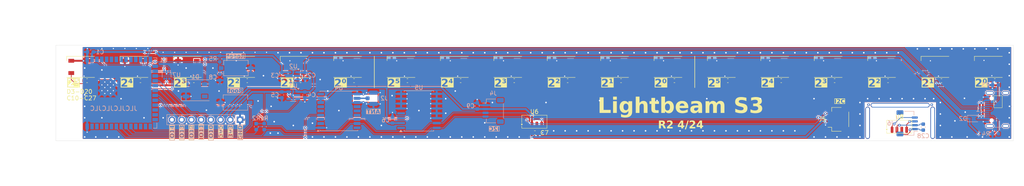
<source format=kicad_pcb>
(kicad_pcb (version 20240108) (generator "pcbnew") (generator_version "8.0")
  (title_block (title "Lightbeam S3") (date "2024-04-10") (rev "R2") (company "besser"))
  (layers (0 "F.Cu" signal) (1 "In1.Cu" signal) (2 "In2.Cu" signal) (31 "B.Cu" signal) (34 "B.Paste" user) (35 "F.Paste" user) (36 "B.SilkS" user "B.Silkscreen") (37 "F.SilkS" user "F.Silkscreen") (38 "B.Mask" user) (39 "F.Mask" user) (44 "Edge.Cuts" user))
  (net 0 "")
  (net 1 "VBUS")
  (net 2 "GND")
  (net 4 "/NEO_5VLL")
  (net 5 "Net-(D2-A)")
  (net 6 "3V3")
  (net 7 "3V3_MCU")
  (net 10 "/PPS")
  (net 11 "/ANT")
  (net 15 "Net-(D3-DOUT)")
  (net 16 "Net-(D4-DOUT)")
  (net 18 "/RESET")
  (net 19 "/SDA")
  (net 22 "Net-(D5-DOUT)")
  (net 23 "/D-")
  (net 24 "/NEO_MCU")
  (net 25 "Net-(D6-DOUT)")
  (net 26 "Net-(D7-DOUT)")
  (net 27 "Net-(D8-DOUT)")
  (net 28 "/D+")
  (net 29 "Net-(D10-DIN)")
  (net 30 "Net-(D10-DOUT)")
  (net 31 "Net-(D11-DOUT)")
  (net 32 "Net-(D12-DOUT)")
  (net 33 "Net-(D13-DOUT)")
  (net 34 "Net-(D14-DOUT)")
  (net 35 "/BOOT")
  (net 36 "Net-(D15-DOUT)")
  (net 37 "Net-(D16-DOUT)")
  (net 38 "Net-(D17-DOUT)")
  (net 39 "Net-(D18-DOUT)")
  (net 40 "Net-(D19-DOUT)")
  (net 42 "/NEO_DISP")
  (net 48 "/SCL")
  (net 49 "/IO12")
  (net 52 "/IO13")
  (net 56 "/ALM")
  (net 58 "/IO11")
  (net 59 "/IO10")
  (net 62 "/IO14")
  (net 64 "/CC1")
  (net 65 "/CC2")
  (net 69 "/RSR_GND")
  (net 70 "/RSR_SDA")
  (net 71 "/RSR_SCL")
  (net 72 "/RSR_3V")
  (net 76 "unconnected-(U1-IO8-Pad12)")
  (net 88 "/3V3_EN")
  (net 89 "NEO_VBUS")
  (footprint "Capacitor_SMD:C_0603_1608Metric" (layer "F.Cu") (at 245.33087 48.3)
    (property "Reference" "C25" (hide yes))
    (property "Value" "100nF")
  )
  (footprint "LED_SMD:LED_SK6812_PLCC4_5.0x5.0mm_P3.2mm" (layer "F.Cu") (at 90.238232 44.7 180)
    (property "Reference" "D7" (hide yes))
    (property "Value" "SK6812")
  )
  (footprint "LED_SMD:LED_SK6812_PLCC4_5.0x5.0mm_P3.2mm" (layer "F.Cu") (at 159.973522 44.7 180)
    (property "Reference" "D12" (hide yes))
    (property "Value" "SK6812")
  )
  (footprint "Capacitor_SMD:C_0603_1608Metric" (layer "F.Cu") (at 259.277928 48.3)
    (property "Reference" "C26" (hide yes))
    (property "Value" "100nF")
  )
  (footprint "Capacitor_SMD:C_0603_1608Metric" (layer "F.Cu") (at 50.072058 48.3)
    (property "Reference" "C11" (hide yes))
    (property "Value" "100nF")
  )
  (footprint "LED_SMD:LED_SK6812_PLCC4_5.0x5.0mm_P3.2mm" (layer "F.Cu") (at 104.18529 44.7 180)
    (property "Reference" "D8" (hide yes))
    (property "Value" "SK6812")
  )
  (footprint "LED_SMD:LED_SK6812_PLCC4_5.0x5.0mm_P3.2mm" (layer "F.Cu") (at 229.708812 44.7 180)
    (property "Reference" "D17" (hide yes))
    (property "Value" "SK6812")
  )
  (footprint "Capacitor_SMD:C_0603_1608Metric" (layer "F.Cu") (at 147.701464 48.3)
    (property "Reference" "C18" (hide yes))
    (property "Value" "100nF")
  )
  (footprint "besser_footprints:VEML7700" (layer "F.Cu") (at 153.6 60.605)
    (property "Reference" "U6")
    (property "Value" "VEML7700-TT")
  )
  (footprint "Capacitor_SMD:C_0603_1608Metric" (layer "F.Cu") (at 273.225 48.3)
    (property "Reference" "C27" (hide yes))
    (property "Value" "100nF")
  )
  (footprint "LED_SMD:LED_SK6812_PLCC4_5.0x5.0mm_P3.2mm" (layer "F.Cu") (at 243.65587 44.7 180)
    (property "Reference" "D18" (hide yes))
    (property "Value" "SK6812")
  )
  (footprint "Capacitor_SMD:C_0603_1608Metric" (layer "F.Cu") (at 161.648522 48.3)
    (property "Reference" "C19" (hide yes))
    (property "Value" "100nF")
  )
  (footprint "besser_footprints:15mm_played_slot" (layer "F.Cu") (at 248.5 54.7 90)
    (property "Reference" "REF**" (hide yes))
    (property "Value" "15mm_played_slot")
  )
  (footprint "besser_footprints:JST_SH_SM04B-SRSS-TB_1x04-1MP_P1.00mm_Horizontal" (layer "F.Cu") (at 232.4 58.4 90)
    (property "Reference" "J5")
    (property "Value" "JST-SM04B-SRSS")
  )
  (footprint "Capacitor_SMD:C_0603_1608Metric" (layer "F.Cu") (at 91.913232 48.3)
    (property "Reference" "C14" (hide yes))
    (property "Value" "100nF")
  )
  (footprint "Capacitor_SMD:C_0603_1608Metric" (layer "F.Cu") (at 64.019116 48.3)
    (property "Reference" "C12" (hide yes))
    (property "Value" "100nF")
  )
  (footprint "Capacitor_SMD:C_0603_1608Metric" (layer "F.Cu") (at 203.489696 48.3)
    (property "Reference" "C22" (hide yes))
    (property "Value" "100nF")
  )
  (footprint "LED_SMD:LED_SK6812_PLCC4_5.0x5.0mm_P3.2mm" (layer "F.Cu") (at 215.761754 44.7 180)
    (property "Reference" "D16" (hide yes))
    (property "Value" "SK6812")
  )
  (footprint "LED_SMD:LED_SK6812_PLCC4_5.0x5.0mm_P3.2mm" (layer "F.Cu") (at 34.45 44.7 180)
    (property "Reference" "D3" (hide yes))
    (property "Value" "SK6812")
  )
  (footprint "LED_SMD:LED_SK6812_PLCC4_5.0x5.0mm_P3.2mm" (layer "F.Cu") (at 48.397058 44.7 180)
    (property "Reference" "D4" (hide yes))
    (property "Value" "SK6812")
  )
  (footprint "Capacitor_SMD:C_0603_1608Metric" (layer "F.Cu") (at 231.383812 48.3)
    (property "Reference" "C24" (hide yes))
    (property "Value" "100nF")
  )
  (footprint "Capacitor_SMD:C_0603_1608Metric" (layer "F.Cu") (at 133.7 48.3)
    (property "Reference" "C17" (hide yes))
    (property "Value" "100nF")
  )
  (footprint "besser_footprints:solder_jumper_bridged" (layer "F.Cu") (at 274.1 53.7 90)
    (property "Reference" "JP3" (hide yes))
    (property "Value" "SolderJumper_2_Bridged")
  )
  (footprint "LED_SMD:LED_SK6812_PLCC4_5.0x5.0mm_P3.2mm" (layer "F.Cu") (at 257.602928 44.7 180)
    (property "Reference" "D19" (hide yes))
    (property "Value" "SK6812")
  )
  (footprint "Capacitor_SMD:C_0603_1608Metric" (layer "F.Cu") (at 119.807348 48.3)
    (property "Reference" "C16" (hide yes))
    (property "Value" "100nF")
  )
  (footprint "besser_footprints:VEML7700" (layer "F.Cu") (at 248.925 61.925)
    (property "Reference" "U8")
    (property "Value" "VEML7700-TT")
  )
  (footprint "besser_footprints:8mm_slot" (layer "F.Cu") (at 240 59.3)
    (property "Reference" "REF**" (hide yes))
    (property "Value" "8mm_slot")
  )
  (footprint "Capacitor_SMD:C_0603_1608Metric" (layer "F.Cu") (at 153.1 61.9 180)
    (property "Reference" "C7")
    (property "Value" "100nF")
  )
  (footprint "LED_SMD:LED_SK6812_PLCC4_5.0x5.0mm_P3.2mm" (layer "F.Cu") (at 118.132348 44.7 180)
    (property "Reference" "D9" (hide yes))
    (property "Value" "SK6812")
  )
  (footprint "Capacitor_SMD:C_0603_1608Metric" (layer "F.Cu") (at 36.125 48.3)
    (property "Reference" "C10" (hide yes))
    (property "Value" "100nF")
  )
  (footprint "besser_footprints:8mm_slot" (layer "F.Cu") (at 257 59.3)
    (property "Reference" "REF**" (hide yes))
    (property "Value" "8mm_slot" (hide yes))
  )
  (footprint "LED_SMD:LED_SK6812_PLCC4_5.0x5.0mm_P3.2mm" (layer "F.Cu") (at 76.291174 44.7 180)
    (property "Reference" "D6" (hide yes))
    (property "Value" "SK6812")
  )
  (footprint "LED_SMD:LED_SK6812_PLCC4_5.0x5.0mm_P3.2mm" (layer "F.Cu") (at 146.026464 44.7 180)
    (property "Reference" "D11" (hide yes))
    (property "Value" "SK6812")
  )
  (footprint "LED_SMD:LED_SK6812_PLCC4_5.0x5.0mm_P3.2mm" (layer "F.Cu") (at 62.344116 44.7 180)
    (property "Reference" "D5" (hide yes))
    (property "Value" "SK6812")
  )
  (footprint "Capacitor_SMD:C_0603_1608Metric" (layer "F.Cu") (at 189.542638 48.3)
    (property "Reference" "C21" (hide yes))
    (property "Value" "100nF")
  )
  (footprint "Capacitor_SMD:C_0603_1608Metric" (layer "F.Cu") (at 175.59558 48.3)
    (property "Reference" "C20" (hide yes))
    (property "Value" "100nF")
  )
  (footprint "LED_SMD:LED_SK6812_PLCC4_5.0x5.0mm_P3.2mm" (layer "F.Cu") (at 132.079406 44.7 180)
    (property "Reference" "D10" (hide yes))
    (property "Value" "SK6812")
  )
  (footprint "LED_SMD:LED_SK6812_PLCC4_5.0x5.0mm_P3.2mm" (layer "F.Cu") (at 173.92058 44.7 180)
    (property "Reference" "D13" (hide yes))
    (property "Value" "SK6812")
  )
  (footprint "LED_SMD:LED_SK6812_PLCC4_5.0x5.0mm_P3.2mm" (layer "F.Cu") (at 187.867638 44.7 180)
    (property "Reference" "D14" (hide yes))
    (property "Value" "SK6812")
  )
  (footprint "Capacitor_SMD:C_0603_1608Metric" (layer "F.Cu") (at 77.966174 48.3)
    (property "Reference" "C13" (hide yes))
    (property "Value" "100nF")
  )
  (footprint "LED_SMD:LED_SK6812_PLCC4_5.0x5.0mm_P3.2mm" (layer "F.Cu") (at 271.55 44.7 180)
    (property "Reference" "D20" (hide yes))
    (property "Value" "SK6812")
  )
  (footprint "LED_SMD:LED_SK6812_PLCC4_5.0x5.0mm_P3.2mm" (layer "F.Cu") (at 201.814696 44.7 180)
    (property "Reference" "D15" (hide yes))
    (property "Value" "SK6812")
  )
  (footprint "Capacitor_SMD:C_0603_1608Metric" (layer "F.Cu") (at 105.86029 48.3)
    (property "Reference" "C15" (hide yes))
    (property "Value" "100nF")
  )
  (footprint "Capacitor_SMD:C_0603_1608Metric" (layer "F.Cu") (at 217.436754 48.3)
    (property "Reference" "C23" (hide yes))
    (property "Value" "100nF")
  )
  (footprint "Capacitor_SMD:C_0603_1608Metric" (layer "B.Cu") (at 82.4 60.3 90)
    (property "Reference" "R1")
    (property "Value" "5.1K")
  )
  (footprint "Diode_SMD:D_SOD-323" (layer "B.Cu") (at 267.71 58.2)
    (property "Reference" "D2")
    (property "Value" "NSR0320MW2T1G")
  )
  (footprint "Capacitor_SMD:C_0603_1608Metric" (layer "B.Cu") (at 87 46.9375 -90)
    (property "Reference" "C3")
    (property "Value" "1uF")
  )
  (footprint "Package_SO:SOIC-16W_7.5x10.3mm_P1.27mm" (layer "B.Cu") (at 122.8 56.195)
    (property "Reference" "U5")
    (property "Value" "DS3231M")
  )
  (footprint "Button_Switch_SMD:SW_Tactile_SPST_NO_Straight_CK_PTS636Sx25SMTRLFS" (layer "B.Cu") (at 74.875 54 180)
    (property "Reference" "Boot" (hide yes))
    (property "Value" "PTS636 SK25F")
  )
  (footprint "Capacitor_SMD:C_0603_1608Metric" (layer "B.Cu") (at 80.3 60.3 90)
    (property "Reference" "R2")
    (property "Value" "5.1K")
  )
  (footprint "besser_footprints:JST_SH_SM04B-SRSS-TB_1x04-1MP_P1.00mm_Horizontal" (layer "B.Cu") (at 142.2 56.2 -90)
    (property "Reference" "J4")
    (property "Value" "JST-SM04B-SRSS")
  )
  (footprint "Connector_USB:USB_C_Receptacle_GCT_USB4105-xx-A_16P_TopMnt_Horizontal" (layer "B.Cu") (at 275 55.8 -90)
    (property "Reference" "J1")
    (property "Value" "USB4105-GF-A")
  )
  (footprint "LED_SMD:LED_SK6812_PLCC4_5.0x5.0mm_P3.2mm" (layer "B.Cu") (at 64.4 50.8 180)
    (property "Reference" "D1")
    (property "Value" "SK6812")
  )
  (footprint "Connector_Coaxial:U.FL_Hirose_U.FL-R-SMT-1_Vertical" (layer "B.Cu") (at 110.45 52.891375)
    (property "Reference" "J2")
    (property "Value" "uFL")
  )
  (footprint "Capacitor_SMD:C_0603_1608Metric" (layer "B.Cu") (at 93 52.0125 90)
    (property "Reference" "C4")
    (property "Value" "1uF")
  )
  (footprint "Capacitor_SMD:C_0603_1608Metric" (layer "B.Cu") (at 273.41 49.4 180)
    (property "Reference" "R3")
    (property "Value" "5.1K")
  )
  (footprint "RF_Module:ESP32-S3-WROOM-2" (layer "B.Cu") (at 41.41 51.5 -90)
    (property "Reference" "U1")
    (property "Value" "ESP32-S3-WROOM-2-N32R8V")
  )
  (footprint "Package_TO_SOT_SMD:SOT-23-5" (layer "B.Cu") (at 90 47.025 180)
    (property "Reference" "U2")
    (property "Value" "AP2112K-3.3")
  )
  (footprint "RF_GPS:ublox_MAX" (layer "B.Cu") (at 101.9 56.2)
    (property "Reference" "U4")
    (property "Value" "MAX-M10S")
  )
  (footprint "Capacitor_SMD:C_0603_1608Metric" (layer "B.Cu") (at 254.525 60.425 -90)
    (property "Reference" "C28")
    (property "Value" "100nF")
  )
  (footprint "Package_TO_SOT_SMD:SOT-363_SC-70-6" (layer "B.Cu") (at 56.9 46.8 -90)
    (property "Reference" "U7")
    (property "Value" "SN74LVC1T45GW")
  )
  (footprint "Capacitor_SMD:C_0603_1608Metric" (layer "B.Cu") (at 70.8 42.6 90)
    (property "Reference" "R5")
    (property "Value" "5.1K")
  )
  (footprint "Capacitor_SMD:C_0603_1608Metric" (layer "B.Cu") (at 273.41 62.2 180)
    (property "Reference" "R4")
    (property "Value" "5.1K")
  )
  (footprint "Connector_PinHeader_2.54mm:PinHeader_1x08_P2.54mm_Vertical" (layer "B.Cu") (at 76.08 58.5 90)
    (property "Reference" "J3" (hide yes))
    (property "Value" "Conn_01x08_Socket")
  )
  (footprint "Capacitor_SMD:C_0603_1608Metric" (layer "B.Cu") (at 138.03775 54.9 90)
    (property "Reference" "C9")
    (property "Value" "1uF")
  )
  (footprint "besser_footprints:JST_SH_SM04B-SRSS-TB_1x04-1MP_P1.00mm_Horizontal" (layer "B.Cu") (at 250.325 59.425 90)
    (property "Reference" "J6")
    (property "Value" "JST-SM04B-SRSS")
  )
  (footprint "Capacitor_SMD:C_0603_1608Metric" (layer "B.Cu") (at 37 40.8 180)
    (property "Reference" "C1")
    (property "Value" "1uF")
  )
  (footprint "Capacitor_SMD:C_0603_1608Metric" (layer "B.Cu") (at 87 52.0125 -90)
    (property "Reference" "C5")
    (property "Value" "1uF")
  )
  (footprint "Capacitor_SMD:C_0603_1608Metric" (layer "B.Cu") (at 115.9 58.6 90)
    (property "Reference" "C6")
    (property "Value" "100nF")
  )
  (footprint "Package_TO_SOT_SMD:SOT-23-5" (layer "B.Cu") (at 90 52.1 180)
    (property "Reference" "U3")
    (property "Value" "AP2112K-3.3")
  )
  (footprint "Capacitor_SMD:C_0603_1608Metric" (layer "B.Cu") (at 70.8 47.4 -90)
    (property "Reference" "C8")
    (property "Value" "1uF")
  )
  (footprint "Capacitor_SMD:C_0603_1608Metric" (layer "B.Cu") (at 93 46.9375 90)
    (property "Reference" "C2")
    (property "Value" "1uF")
  )
  (footprint "Button_Switch_SMD:SW_Tactile_SPST_NO_Straight_CK_PTS636Sx25SMTRLFS" (layer "B.Cu") (at 75 45 180)
    (property "Reference" "SW2" (hide yes))
    (property "Value" "PTS636 SK25F")
  )
  (gr_line (start 194.85 41.9) (end 194.85 50.1) (stroke (width 0.16)) (layer "F.SilkS"))
  (gr_line (start 111.15 41.9) (end 111.15 50.1) (stroke (width 0.16)) (layer "F.SilkS"))
  (gr_line (start 278 64) (end 28 64) (stroke (width 0.05)) (layer "Edge.Cuts"))
  (gr_line (start 278 39) (end 278 64) (stroke (width 0.05)) (layer "Edge.Cuts"))
  (gr_line (start 278 39) (end 28 39) (stroke (width 0.05)) (layer "Edge.Cuts"))
  (gr_line (start 28 64) (end 28 39) (stroke (width 0.05)) (layer "Edge.Cuts"))
  (gr_text "IO11" (at 65.228571 61.7 270) (layer "B.SilkS" knockout) (effects (font (size 1.1 1.1) (thickness 0.16) (bold yes)) (justify bottom mirror)))
  (gr_text "JLCJLCJLCJLC" (at 49.35 56.25 0) (layer "B.SilkS") (effects (font (size 1.2 1.2) (thickness 0.16)) (justify left bottom mirror)))
  (gr_text "GND" (at 75.4 61.85 270) (layer "B.SilkS" knockout) (effects (font (size 1.1 1.1) (thickness 0.16) (bold yes)) (justify bottom mirror)))
  (gr_text "Reset" (at 75 42.6 0) (layer "B.SilkS" knockout) (effects (font (size 1.1 1.1) (thickness 0.275) (bold yes)) (justify bottom mirror)))
  (gr_text "Boot" (at 74.875 51.6 0) (layer "B.SilkS" knockout) (effects (font (size 1.1 1.1) (thickness 0.275) (bold yes)) (justify bottom mirror)))
  (gr_text "IO10" (at 67.771428 61.9 270) (layer "B.SilkS" knockout) (effects (font (size 1.1 1.1) (thickness 0.16) (bold yes)) (justify bottom mirror)))
  (gr_text "I2C" (at 142.5 61.6 0) (layer "B.SilkS" knockout) (effects (font (size 1.1 1.1) (thickness 0.16) (bold yes)) (justify bottom mirror)))
  (gr_text "IO13\n" (at 60.142857 61.85 -90) (layer "B.SilkS" knockout) (effects (font (size 1.1 1.1) (thickness 0.16) (bold yes)) (justify bottom mirror)))
  (gr_text "IO12" (at 62.685714 61.85 270) (layer "B.SilkS" knockout) (effects (font (size 1.1 1.1) (thickness 0.16) (bold yes)) (justify bottom mirror)))
  (gr_text "ANT" (at 110.9 57.1 0) (layer "B.SilkS" knockout) (effects (font (size 1.1 1.1) (thickness 0.16) (bold yes)) (justify bottom mirror)))
  (gr_text "IO14" (at 57.6 61.9 -90) (layer "B.SilkS" knockout) (effects (font (size 1.1 1.1) (thickness 0.16) (bold yes)) (justify bottom mirror)))
  (gr_text "3V3" (at 72.857142 61.55 -90) (layer "B.SilkS" knockout) (effects (font (size 1.1 1.1) (thickness 0.16) (bold yes)) (justify bottom mirror)))
  (gr_text "5V5" (at 70.314285 61.55 -90) (layer "B.SilkS" knockout) (effects (font (size 1.1 1.1) (thickness 0.16) (bold yes)) (justify bottom mirror)))
  (gr_text "2³" (at 226.221034 50.2 0) (layer "F.SilkS" knockout) (effects (font (size 2 2) (thickness 0.16) (bold yes)) (justify left bottom)))
  (gr_text "2¹" (at 254.11515 50.2 0) (layer "F.SilkS" knockout) (effects (font (size 2 2) (thickness 0.16) (bold yes)) (justify left bottom)))
  (gr_text "2⁵" (at 198.326918 50.2 0) (layer "F.SilkS" knockout) (effects (font (size 2 2) (thickness 0.16) (bold yes)) (justify left bottom)))
  (gr_text "R2 4/24" (at 191.2 61.1 0) (layer "F.SilkS") (effects (font (size 2 2) (thickness 0.44) (bold yes)) (justify bottom)))
  (gr_text "2²" (at 240.168092 50.2 0) (layer "F.SilkS" knockout) (effects (font (size 2 2) (thickness 0.16) (bold yes)) (justify left bottom)))
  (gr_text "Lightbeam S3" (at 191.2 57.4 0) (layer "F.SilkS") (effects (font (size 4 4) (thickness 0.44) (bold yes)) (justify bottom)))
  (gr_text "2⁰" (at 268.062222 50.2 0) (layer "F.SilkS" knockout) (effects (font (size 2 2) (thickness 0.16) (bold yes)) (justify left bottom)))
  (gr_text "2²" (at 72.803396 50.2 0) (layer "F.SilkS" knockout) (effects (font (size 2 2) (thickness 0.16) (bold yes)) (justify left bottom)))
  (gr_text "IO11" (at 66.65 61.7 -270) (layer "F.SilkS" knockout) (effects (font (size 1.1 1.1) (thickness 0.16) (bold yes)) (justify bottom)))
  (gr_text "2¹" (at 86.750454 50.2 0) (layer "F.SilkS" knockout) (effects (font (size 2 2) (thickness 0.16) (bold yes)) (justify left bottom)))
  (gr_text "IO13\n" (at 61.6 61.85 90) (layer "F.SilkS" knockout) (effects (font (size 1.1 1.1) (thickness 0.16) (bold yes)) (justify bottom)))
  (gr_text "2⁴" (at 212.273976 50.2 0) (layer "F.SilkS" knockout) (effects (font (size 2 2) (thickness 0.16) (bold yes)) (justify left bottom)))
  (gr_text "2²" (at 156.485744 50.2 0) (layer "F.SilkS" knockout) (effects (font (size 2 2) (thickness 0.16) (bold yes)) (justify left bottom)))
  (gr_text "IO14" (at 59.05 61.9 90) (layer "F.SilkS" knockout) (effects (font (size 1.1 1.1) (thickness 0.16) (bold yes)) (justify bottom)))
  (gr_text "2⁰" (at 184.37986 50.2 0) (layer "F.SilkS" knockout) (effects (font (size 2 2) (thickness 0.16) (bold yes)) (justify left bottom)))
  (gr_text "2³" (at 142.538686 50.2 0) (layer "F.SilkS" knockout) (effects (font (size 2 2) (thickness 0.16) (bold yes)) (justify left bottom)))
  (gr_text "D3-D20" (at 30.7 51.8 0) (layer "F.SilkS") (effects (font (size 1.1 1.1) (thickness 0.16)) (justify left bottom)))
  (gr_text "2⁴" (at 44.90928 50.2 0) (layer "F.SilkS" knockout) (effects (font (size 2 2) (thickness 0.16) (bold yes)) (justify left bottom)))
  (gr_text "IO10" (at 69.2 61.9 -270) (layer "F.SilkS" knockout) (effects (font (size 1.1 1.1) (thickness 0.16) (bold yes)) (justify bottom)))
  (gr_text "2⁵" (at 30.962222 50.2 0) (layer "F.SilkS" knockout) (effects (font (size 2 2) (thickness 0.16) (bold yes)) (justify left bottom)))
  (gr_text "3V3" (at 74.3 61.55 90) (layer "F.SilkS" knockout) (effects (font (size 1.1 1.1) (thickness 0.16) (bold yes)) (justify bottom)))
  (gr_text "2³" (at 58.856338 50.2 0) (layer "F.SilkS" knockout) (effects (font (size 2 2) (thickness 0.16) (bold yes)) (justify left bottom)))
  (gr_text "IO12" (at 64.1 61.85 -270) (layer "F.SilkS" knockout) (effects (font (size 1.1 1.1) (thickness 0.16) (bold yes)) (justify bottom)))
  (gr_text "2⁴" (at 128.591628 50.2 0) (layer "F.SilkS" knockout) (effects (font (size 2 2) (thickness 0.16) (bold yes)) (justify left bottom)))
  (gr_text "2¹" (at 170.432802 50.2 0) (layer "F.SilkS" knockout) (effects (font (size 2 2) (thickness 0.16) (bold yes)) (justify left bottom)))
  (gr_text "2⁵" (at 114.64457 50.2 0) (layer "F.SilkS" knockout) (effects (font (size 2 2) (thickness 0.16) (bold yes)) (justify left bottom)))
  (gr_text "GND" (at 76.85 61.8 90) (layer "F.SilkS" knockout) (effects (font (size 1.1 1.1) (thickness 0.16) (bold yes)) (justify bottom)))
  (gr_text "2⁰" (at 100.697512 50.2 0) (layer "F.SilkS" knockout) (effects (font (size 2 2) (thickness 0.16) (bold yes)) (justify left bottom)))
  (gr_text "C10-C27" (at 30.7 53.5 0) (layer "F.SilkS") (effects (font (size 1.1 1.1) (thickness 0.16)) (justify left bottom)))
  (gr_text "I2C" (at 232.7 54.4 -0) (layer "F.SilkS" knockout) (effects (font (size 1.1 1.1) (thickness 0.16) (bold yes)) (justify bottom)))
  (gr_text "5V5" (at 71.75 61.55 90) (layer "F.SilkS" knockout) (effects (font (size 1.1 1.1) (thickness 0.16) (bold yes)) (justify bottom)))
  (via (at 256.743666 54.57946) (size 0.7) (drill 0.3) (layers "F.Cu" "B.Cu") (net 0))
  (via (at 240.256747 54.579026) (size 0.7) (drill 0.3) (layers "F.Cu" "B.Cu") (net 0))
  (segment (start 269 62.1) (end 272.966371 62.1) (width 0.5) (layer "F.Cu") (net 1))
  (segment (start 272.966371 62.1) (end 274.05 61.016371) (width 0.5) (layer "F.Cu") (net 1))
  (segment (start 274.05 61.016371) (end 274.05 54.6) (width 0.5) (layer "F.Cu") (net 1))
  (via (at 269 62.1) (size 0.6) (drill 0.3) (layers "F.Cu" "B.Cu") (net 1))
  (segment (start 94.3625 51.2375) (end 95.3 50.3) (width 0.5) (layer "B.Cu") (net 1))
  (segment (start 94.4 42) (end 248.4 42) (width 0.5) (layer "B.Cu") (net 1))
  (segment (start 71 57.4) (end 71 58.5) (width 0.5) (layer "B.Cu") (net 1))
  (segment (start 93 51.2375) (end 92.2 51.2375) (width 0.5) (layer "B.Cu") (net 1))
  (segment (start 91.225 46.1625) (end 91.1375 46.075) (width 0.5) (layer "B.Cu") (net 1))
  (segment (start 92.2 47.7) (end 92.2 46.1625) (width 0.19) (layer "B.Cu") (net 1))
  (segment (start 269 62.1) (end 268.95 62.1) (width 0.5) (layer "B.Cu") (net 1))
  (segment (start 71.1 58.5) (end 71 58.5) (width 0.6) (layer "B.Cu") (net 1))
  (segment (start 90.1875 50.2) (end 78.2 50.2) (width 0.5) (layer "B.Cu") (net 1))
  (segment (start 91.1375 51.15) (end 90.1875 50.2) (width 0.5) (layer "B.Cu") (net 1))
  (segment (start 93 51.2375) (end 94.3625 51.2375) (width 0.5) (layer "B.Cu") (net 1))
  (segment (start 93 46.1625) (end 93 43.4) (width 0.5) (layer "B.Cu") (net 1))
  (segment (start 248.4 42) (end 264.6 58.2) (width 0.5) (layer "B.Cu") (net 1))
  (segment (start 92.095 51.3425) (end 92.2 51.2375) (width 0.19) (layer "B.Cu") (net 1))
  (segment (start 91.9 51.2375) (end 91.225 51.2375) (width 0.5) (layer "B.Cu") (net 1))
  (segment (start 92.2 51.2375) (end 91.9 51.2375) (width 0.5) (layer "B.Cu") (net 1))
  (segment (start 95.3 47.040564) (end 94.421936 46.1625) (width 0.5) (layer "B.Cu") (net 1))
  (segment (start 266.66 59.81) (end 266.66 58.2) (width 0.5) (layer "B.Cu") (net 1))
  (segment (start 78.2 50.2) (end 71 57.4) (width 0.5) (layer "B.Cu") (net 1))
  (segment (start 264.6 58.2) (end 266.66 58.2) (width 0.5) (layer "B.Cu") (net 1))
  (segment (start 91.225 51.2375) (end 91.1375 51.15) (width 0.5) (layer "B.Cu") (net 1))
  (segment (start 93 46.1625) (end 91.225 46.1625) (width 0.5) (layer "B.Cu") (net 1))
  (segment (start 91.1375 47.975) (end 91.925 47.975) (width 0.19) (layer "B.Cu") (net 1))
  (segment (start 94.421936 46.1625) (end 93 46.1625) (width 0.5) (layer "B.Cu") (net 1))
  (segment (start 268.95 62.1) (end 266.66 59.81) (width 0.5) (layer "B.Cu") (net 1))
  (segment (start 93 43.4) (end 94.4 42) (width 0.5) (layer "B.Cu") (net 1))
  (segment (start 95.3 50.3) (end 95.3 47.040564) (width 0.5) (layer "B.Cu") (net 1))
  (segment (start 91.925 47.975) (end 92.2 47.7) (width 0.19) (layer "B.Cu") (net 1))
  (segment (start 115.7 43.1) (end 117 43.1) (width 0.5) (layer "F.Cu") (net 2))
  (segment (start 105.08529 48.3) (end 105.08529 47.15) (width 0.5) (layer "F.Cu") (net 2))
  (segment (start 160.873522 48.3) (end 160.873522 47.15) (width 0.5) (layer "F.Cu") (net 2))
  (segment (start 46 43.3) (end 46 44.595) (width 0.5) (layer "F.Cu") (net 2))
  (segment (start 216.661754 48.3) (end 216.661754 47.15) (width 0.5) (layer "F.Cu") (net 2))
  (segment (start 157.5 43.1) (end 158.8 43.1) (width 0.5) (layer "F.Cu") (net 2))
  (segment (start 202.714696 48.3) (end 202.714696 47.15) (width 0.5) (layer "F.Cu") (net 2))
  (segment (start 255.1 43.1) (end 256.4 43.1) (width 0.5) (layer "F.Cu") (net 2))
  (segment (start 244.55587 48.3) (end 244.55587 47.15) (width 0.5) (layer "F.Cu") (net 2))
  (segment (start 129.7 43.1) (end 131 43.1) (width 0.5) (layer "F.Cu") (net 2))
  (segment (start 185.4 43.1) (end 186.7 43.1) (width 0.5) (layer "F.Cu") (net 2))
  (segment (start 49.297058 48.3) (end 49.297058 47.15) (width 0.5) (layer "F.Cu") (net 2))
  (segment (start 35.35 47.15) (end 35.4 47.1) (width 0.5) (layer "F.Cu") (net 2))
  (segment (start 171.5 43.1) (end 172.8 43.1) (width 0.5) (layer "F.Cu") (net 2))
  (segment (start 230.608812 48.3) (end 230.608812 47.15) (width 0.5) (layer "F.Cu") (net 2))
  (segment (start 153.875 61.9) (end 155.1 61.9) (width 0.5) (layer "F.Cu") (net 2))
  (segment (start 59.9 42.95) (end 59.9 44.2) (width 0.5) (layer "F.Cu") (net 2))
  (segment (start 269.1 43) (end 270.4 43) (width 0.5) (layer "F.Cu") (net 2))
  (segment (start 87.8 43.1) (end 89.1 43.1) (width 0.5) (layer "F.Cu") (net 2))
  (segment (start 32 43.1) (end 35.2 43.1) (width 0.5) (layer "F.Cu") (net 2))
  (segment (start 89.999484 48.308155) (end 90.007639 48.3) (width 0.5) (layer "F.Cu") (net 2))
  (segment (start 73.8 43.1) (end 75.1 43.1) (width 0.5) (layer "F.Cu") (net 2))
  (segment (start 63.244116 48.3) (end 63.244116 47.15) (width 0.5) (layer "F.Cu") (net 2))
  (segment (start 35.35 48.3) (end 35.35 47.15) (width 0.5) (layer "F.Cu") (net 2))
  (segment (start 258.502928 48.3) (end 258.502928 47.15) (width 0.5) (layer "F.Cu") (net 2))
  (segment (start 146.926464 48.3) (end 146.926464 47.15) (width 0.5) (layer "F.Cu") (net 2))
  (segment (start 153.6 59.805) (end 153.6 61.625) (width 0.5) (layer "F.Cu") (net 2))
  (segment (start 143.6 43.1) (end 144.9 43.1) (width 0.5) (layer "F.Cu") (net 2))
  (segment (start 77.191174 48.3) (end 77.191174 47.15) (width 0.5) (layer "F.Cu") (net 2))
  (segment (start 119.032348 48.3) (end 119.032348 47.15) (width 0.5) (layer "F.Cu") (net 2))
  (segment (start 188.767638 48.3) (end 188.767638 47.15) (width 0.5) (layer "F.Cu") (net 2))
  (segment (start 174.82058 48.3) (end 174.82058 47.15) (width 0.5) (layer "F.Cu") (net 2))
  (segment (start 227.2 43.1) (end 228.5 43.1) (width 0.5) (layer "F.Cu") (net 2))
  (segment (start 241 43.1) (end 242.3 43.1) (width 0.5) (layer "F.Cu") (net 2))
  (segment (start 119.032348 48.3) (end 119.032348 47.15) (width 0.5) (layer "F.Cu") (net 2))
  (segment (start 153.6 61.625) (end 153.875 61.9) (width 0.5) (layer "F.Cu") (net 2))
  (segment (start 230.4 59.9) (end 229 59.9) (width 0.5) (layer "F.Cu") (net 2))
  (segment (start 90.007639 48.3) (end 91.138232 48.3) (width 0.5) (layer "F.Cu") (net 2))
  (segment (start 101.7 43.1) (end 103 43.1) (width 0.5) (layer "F.Cu") (net 2))
  (segment (start 199.3 43.1) (end 200.6 43.1) (width 0.5) (layer "F.Cu") (net 2))
  (segment (start 272.45 48.2) (end 272.45 47.05) (width 0.5) (layer "F.Cu") (net 2))
  (segment (start 213.15 43.1) (end 214.45 43.1) (width 0.5) (layer "F.Cu") (net 2))
  (segment (start 132.925 48.3) (end 132.925 47.15) (width 0.5) (layer "F.Cu") (net 2))
  (via (at 265.3 52.9) (size 0.9) (drill 0.4) (layers "F.Cu" "B.Cu") (net 2))
  (via (at 35.5 45) (size 0.9) (drill 0.4) (layers "F.Cu" "B.Cu") (net 2))
  (via (at 42.25 50.1) (size 0.7) (drill 0.3) (layers "F.Cu" "B.Cu") (net 2))
  (via (at 167 41) (size 0.9) (drill 0.4) (layers "F.Cu" "B.Cu") (net 2))
  (via (at 270.4 43) (size 0.6) (drill 0.3) (layers "F.Cu" "B.Cu") (net 2))
  (via (at 40 58) (size 0.9) (drill 0.4) (layers "F.Cu" "B.Cu") (net 2))
  (via (at 40.75 48.65) (size 0.7) (drill 0.3) (layers "F.Cu" "B.Cu") (net 2))
  (via (at 176 41) (size 0.9) (drill 0.4) (layers "F.Cu" "B.Cu") (net 2))
  (via (at 194 61.4) (size 0.9) (drill 0.4) (layers "F.Cu" "B.Cu") (net 2))
  (via (at 238 54) (size 0.9) (drill 0.4) (layers "F.Cu" "B.Cu") (net 2))
  (via (at 72.175 54) (size 0.7) (drill 0.3) (layers "F.Cu" "B.Cu") (net 2))
  (via (at 129.8 56.8) (size 0.9) (drill 0.4) (layers "F.Cu" "B.Cu") (net 2))
  (via (at 69 45) (size 0.9) (drill 0.4) (layers "F.Cu" "B.Cu") (net 2))
  (via (at 43 50.9) (size 0.7) (drill 0.3) (layers "F.Cu" "B.Cu") (net 2))
  (via (at 116 63) (size 0.9) (drill 0.4) (layers "F.Cu" "B.Cu") (net 2))
  (via (at 238 57) (size 0.9) (drill 0.4) (layers "F.Cu" "B.Cu") (net 2))
  (via (at 272.6 50.3) (size 0.7) (drill 0.3) (layers "F.Cu" "B.Cu") (net 2))
  (via (at 62.1 59.5) (size 0.9) (drill 0.4) (layers "F.Cu" "B.Cu") (net 2))
  (via (at 113 60) (size 0.9) (drill 0.4) (layers "F.Cu" "B.Cu") (net 2))
  (via (at 270.21 59) (size 0.7) (drill 0.3) (layers "F.Cu" "B.Cu") (net 2))
  (via (at 249 53) (size 0.9) (drill 0.4) (layers "F.Cu" "B.Cu") (net 2))
  (via (at 188 61.4) (size 0.9) (drill 0.4) (layers "F.Cu" "B.Cu") (net 2))
  (via (at 158 41) (size 0.9) (drill 0.4) (layers "F.Cu" "B.Cu") (net 2))
  (via (at 242.3 43.1) (size 0.6) (drill 0.3) (layers "F.Cu" "B.Cu") (net 2))
  (via (at 142 54) (size 0.9) (drill 0.4) (layers "F.Cu" "B.Cu") (net 2))
  (via (at 125.8725 56.835) (size 0.7) (drill 0.3) (layers "F.Cu" "B.Cu") (net 2))
  (via (at 200 41) (size 0.9) (drill 0.4) (layers "F.Cu" "B.Cu") (net 2))
  (via (at 218 41) (size 0.9) (drill 0.4) (layers "F.Cu" "B.Cu") (net 2))
  (via (at 277 47) (size 0.9) (drill 0.4) (layers "F.Cu" "B.Cu") (net 2))
  (via (at 75.1 43.1) (size 0.6) (drill 0.3) (layers "F.Cu" "B.Cu") (net 2))
  (via (at 262 40) (size 0.9) (drill 0.4) (layers "F.Cu" "B.Cu") (net 2))
  (via (at 277 44) (size 0.9) (drill 0.4) (layers "F.Cu" "B.Cu") (net 2))
  (via (at 99 51) (size 0.9) (drill 0.4) (layers "F.Cu" "B.Cu") (net 2))
  (via (at 67.3 56) (size 0.9) (drill 0.4) (layers "F.Cu" "B.Cu") (net 2))
  (via (at 170 53.5) (size 0.9) (drill 0.4) (layers "F.Cu" "B.Cu") (net 2))
  (via (at 125.8725 58.105) (size 0.7) (drill 0.3) (layers "F.Cu" "B.Cu") (net 2))
  (via (at 271 40) (size 0.9) (drill 0.4) (layers "F.Cu" "B.Cu") (net 2))
  (via (at 258.502928 47.1) (size 0.6) (drill 0.3) (layers "F.Cu" "B.Cu") (net 2))
  (via (at 265.5 56.5) (size 0.9) (drill 0.4) (layers "F.Cu" "B.Cu") (net 2))
  (via (at 239 41) (size 0.9) (drill 0.4) (layers "F.Cu" "B.Cu") (net 2))
  (via (at 62 45) (size 0.9) (drill 0.4) (layers "F.Cu" "B.Cu") (net 2))
  (via (at 69.68775 48.225) (size 0.7) (drill 0.3) (layers "F.Cu" "B.Cu") (net 2))
  (via (at 125 63) (size 0.9) (drill 0.4) (layers "F.Cu" "B.Cu") (net 2))
  (via (at 194 41) (size 0.9) (drill 0.4) (layers "F.Cu" "B.Cu") (net 2))
  (via (at 70.6 51) (size 0.9) (drill 0.4) (layers "F.Cu" "B.Cu") (net 2))
  (via (at 203 61.4) (size 0.9) (drill 0.4) (layers "F.Cu" "B.Cu") (net 2))
  (via (at 128 63) (size 0.9) (drill 0.4) (layers "F.Cu" "B.Cu") (net 2))
  (via (at 40 39.9) (size 0.7) (drill 0.3) (layers "F.Cu" "B.Cu") (net 2))
  (via (at 256 40) (size 0.9) (drill 0.4) (layers "F.Cu" "B.Cu") (net 2))
  (via (at 119.7 55.565) (size 0.7) (drill 0.3) (layers "F.Cu" "B.Cu") (net 2))
  (via (at 115.8 52.2) (size 0.9) (drill 0.4) (layers "F.Cu" "B.Cu") (net 2))
  (via (at 246 53) (size 0.9) (drill 0.4) (layers "F.Cu" "B.Cu") (net 2))
  (via (at 68 40.9) (size 0.7) (drill 0.3) (layers "F.Cu" "B.Cu") (net 2))
  (via (at 92 41) (size 0.9) (drill 0.4) (layers "F.Cu" "B.Cu") (net 2))
  (via (at 270.21 52.6) (size 0.7) (drill 0.3) (layers "F.Cu" "B.Cu") (net 2))
  (via (at 101.9 56.1) (size 0.9) (drill 0.4) (layers "F.Cu" "B.Cu") (net 2))
  (via (at 90 60) (size 0.9) (drill 0.4) (layers "F.Cu" "B.Cu") (net 2))
  (via (at 272.45 47) (size 0.6) (drill 0.3) (layers "F.Cu" "B.Cu") (net 2))
  (via (at 43 49.4) (size 0.7) (drill 0.3) (layers "F.Cu" "B.Cu") (net 2))
  (via (at 212 41) (size 0.9) (drill 0.4) (layers "F.Cu" "B.Cu") (net 2))
  (via (at 59 40.9) (size 0.7) (drill 0.3) (layers "F.Cu" "B.Cu") (net 2))
  (via (at 272.635 61.3) (size 0.7) (drill 0.3) (layers "F.Cu" "B.Cu") (net 2))
  (via (at 140 59.3) (size 0.9) (drill 0.4) (layers "F.Cu" "B.Cu") (net 2))
  (via (at 83 40.9) (size 0.7) (drill 0.3) (layers "F.Cu" "B.Cu") (net 2))
  (via (at 109.120687 51.416375) (size 0.6) (drill 0.3) (layers "F.Cu" "B.Cu") (net 2))
  (via (at 95 41) (size 0.9) (drill 0.4) (layers "F.Cu" "B.Cu") (net 2))
  (via (at 277 63) (size 0.9) (drill 0.4) (layers "F.Cu" "B.Cu") (net 2))
  (via (at 259 60) (size 0.9) (drill 0.4) (layers "F.Cu" "B.Cu") (net 2))
  (via (at 252 53) (size 0.9) (drill 0.4) (layers "F.Cu" "B.Cu") (net 2))
  (via (at 86 62) (size 0.9) (drill 0.4) (layers "F.Cu" "B.Cu") (net 2))
  (via (at 71 40.9) (size 0.7) (drill 0.3) (layers "F.Cu" "B.Cu") (net 2))
  (via (at 131 63) (size 0.9) (drill 0.4) (layers "F.Cu" "B.Cu") (net 2))
  (via (at 49 39.9) (size 0.7) (drill 0.3) (layers "F.Cu" "B.Cu") (net 2))
  (via (at 203 41) (size 0.9) (drill 0.4) (layers "F.Cu" "B.Cu") (net 2))
  (via (at 259 57) (size 0.9) (drill 0.4) (layers "F.Cu" "B.Cu") (net 2))
  (via (at 149 41) (size 0.9) (drill 0.4) (layers "F.Cu" "B.Cu") (net 2))
  (via (at 89.98775 47) (size 0.7) (drill 0.3) (layers "F.Cu" "B.Cu") (net 2))
  (via (at 46 44.595) (size 0.6) (drill 0.3) (layers "F.Cu" "B.Cu") (net 2))
  (via (at 72.3 59.5) (size 0.9) (drill 0.4) (layers "F.Cu" "B.Cu") (net 2))
  (via (at 277.05 55) (size 0.9) (drill 0.4) (layers "F.Cu" "B.Cu") (net 2))
  (via (at 119.7 53.025) (size 0.7) (drill 0.3) (layers "F.Cu" "B.Cu") (net 2))
  (via (at 131 43.1) (size 0.6) (drill 0.3) (layers "F.Cu" "B.Cu") (net 2))
  (via (at 158 61.4) (size 0.9) (drill 0.4) (layers "F.Cu" "B.Cu") (net 2))
  (via (at 146 41) (size 0.9) (drill 0.4) (layers "F.Cu" "B.Cu") (net 2))
  (via (at 146 63) (size 0.9) (drill 0.4) (layers "F.Cu" "B.Cu") (net 2))
  (via (at 212 61.4) (size 0.9) (drill 0.4) (layers "F.Cu" "B.Cu") (net 2))
  (via (at 113 63) (size 0.9) (drill 0.4) (layers "F.Cu" "B.Cu") (net 2))
  (via (at 235 63) (size 0.9) (drill 0.4) (layers "F.Cu" "B.Cu") (net 2))
  (via (at 40 50.9) (size 0.7) (drill 0.3) (layers "F.Cu" "B.Cu") (net 2))
  (via (at 209 41) (size 0.9) (drill 0.4) (layers "F.Cu" "B.Cu") (net 2))
  (via (at 227 41) (size 0.9) (drill 0.4) (layers "F.Cu" "B.Cu") (net 2))
  (via (at 238 60) (size 0.9) (drill 0.4) (layers "F.Cu" "B.Cu") (net 2))
  (via (at 62 40.9) (size 0.7) (drill 0.3) (layers "F.Cu" "B.Cu") (net 2))
  (via (at 45 53) (size 0.9) (drill 0.4) (layers "F.Cu" "B.Cu") (net 2))
  (via (at 173 61.4) (size 0.9) (drill 0.4) (layers "F.Cu" "B.Cu") (net 2))
  (via (at 125.8725 55.56) (size 0.7) (drill 0.3) (layers "F.Cu" "B.Cu") (net 2))
  (via (at 277 41) (size 0.9) (drill 0.4) (layers "F.Cu" "B.Cu") (net 2))
  (via (at 161 41) (size 0.9) (drill 0.4) (layers "F.Cu" "B.Cu") (net 2))
  (via (at 132.3 51) (size 0.9) (drill 0.4) (layers "F.Cu" "B.Cu") (net 2))
  (via (at 228.5 43.1) (size 0.6) (drill 0.3) (layers "F.Cu" "B.Cu") (net 2))
  (via (at 119.032348 47.1) (size 0.6) (drill 0.3) (layers "F.Cu" "B.Cu") (net 2))
  (via (at 200 61.4) (size 0.9) (drill 0.4) (layers "F.Cu" "B.Cu") (net 2))
  (via (at 230.608812 47.1) (size 0.6) (drill 0.3) (layers "F.Cu" "B.Cu") (net 2))
  (via (at 35.5 55) (size 0.9) (drill 0.4) (layers "F.Cu" "B.Cu") (net 2))
  (via (at 38.4 63) (size 0.9) (drill 0.4) (layers "F.Cu" "B.Cu") (net 2))
  (via (at 113 41) (size 0.9) (drill 0.4) (layers "F.Cu" "B.Cu") (net 2))
  (via (at 77.191174 47.1) (size 0.6) (drill 0.3) (layers "F.Cu" "B.Cu") (net 2))
  (via (at 277 58) (size 0.9) (drill 0.4) (layers "F.Cu" "B.Cu") (net 2))
  (via (at 143 41) (size 0.9) (drill 0.4) (layers "F.Cu" "B.Cu") (net 2))
  (via (at 182 41) (size 0.9) (drill 0.4) (layers "F.Cu" "B.Cu") (net 2))
  (via (at 49.297058 47.1) (size 0.6) (drill 0.3) (layers "F.Cu" "B.Cu") (net 2))
  (via (at 206 41) (size 0.9) (drill 0.4) (layers "F.Cu" "B.Cu") (net 2))
  (via (at 56 58) (size 0.9) (drill 0.4) (layers "F.Cu" "B.Cu") (net 2))
  (via (at 40.75 50.1) (size 0.7) (drill 0.3) (layers "F.Cu" "B.Cu") (net 2))
  (via (at 134 63) (size 0.9) (drill 0.4) (layers "F.Cu" "B.Cu") (net 2))
  (via (at 232 63) (size 0.9) (drill 0.4) (layers "F.Cu" "B.Cu") (net 2))
  (via (at 248 41) (size 0.9) (drill 0.4) (layers "F.Cu" "B.Cu") (net 2))
  (via (at 110 41) (size 0.9) (drill 0.4) (layers "F.Cu" "B.Cu") (net 2))
  (via (at 35.5 52) (size 0.9) (drill 0.4) (layers "F.Cu" "B.Cu") (net 2))
  (via (at 115.9 56.6) (size 0.7) (drill 0.3) (layers "F.Cu" "B.Cu") (net 2))
  (via (at 188.767638 47.1) (size 0.6) (drill 0.3) (layers "F.Cu" "B.Cu") (net 2))
  (via (at 74 40.9) (size 0.7) (drill 0.3) (layers "F.Cu" "B.Cu") (net 2))
  (via (at 128 41) (size 0.9) (drill 0.4) (layers "F.Cu" "B.Cu") (net 2))
  (via (at 164 41) (size 0.9) (drill 0.4) (layers "F.Cu" "B.Cu") (net 2))
  (via (at 268 40) (size 0.9) (drill 0.4) (layers "F.Cu" "B.Cu") (net 2))
  (via (at 259 54) (size 0.9) (drill 0.4) (layers "F.Cu" "B.Cu") (net 2))
  (via (at 52 39.9) (size 0.7) (drill 0.3) (layers "F.Cu" "B.Cu") (net 2))
  (via (at 259 40) (size 0.9) (drill 0.4) (layers "F.Cu" "B.Cu") (net 2))
  (via (at 144.9 43.1) (size 0.6) (drill 0.3) (layers "F.Cu" "B.Cu") (net 2))
  (via (at 214.45 43.1) (size 0.6) (drill 0.3) (layers "F.Cu" "B.Cu") (net 2))
  (via (at 129.8 53) (size 0.9) (drill 0.4) (layers "F.Cu" "B.Cu") (net 2))
  (via (at 140 63) (size 0.9) (drill 0.4) (layers "F.Cu" "B.Cu") (net 2))
  (via (at 156 54) (size 0.9) (drill 0.4) (layers "F.Cu" "B.Cu") (net 2))
  (via (at 215 41) (size 0.9) (drill 0.4) (layers "F.Cu" "B.Cu") (net 2))
  (via (at 101 63) (size 0.9) (drill 0.4) (layers "F.Cu" "B.Cu") (net 2))
  (via (at 146.926464 47.1) (size 0.6) (drill 0.3) (layers "F.Cu" "B.Cu") (net 2))
  (via (at 40.75 51.65) (size 0.7) (drill 0.3) (layers "F.Cu" "B.Cu") (net 2))
  (via (at 230 41) (size 0.9) (drill 0.4) (layers "F.Cu" "B.Cu") (net 2))
  (via (at 149 63) (size 0.9) (drill 0.4) (layers "F.Cu" "B.Cu") (net 2))
  (via (at 35.35 47.1) (size 0.6) (drill 0.3) (layers "F.Cu" "B.Cu") (net 2))
  (via (at 215 61.4) (size 0.9) (drill 0.4) (layers "F.Cu" "B.Cu") (net 2))
  (via (at 188 41) (size 0.9) (drill 0.4) (layers "F.Cu" "B.Cu") (net 2))
  (via (at 229 63) (size 0.9) (drill 0.4) (layers "F.Cu" "B.Cu") (net 2))
  (via (at 35.5 63) (size 0.9) (drill 0.4) (layers "F.Cu" "B.Cu") (net 2))
  (via (at 238 63) (size 0.9) (drill 0.4) (layers "F.Cu" "B.Cu") (net 2))
  (via (at 125 41) (size 0.9) (drill 0.4) (layers "F.Cu" "B.Cu") (net 2))
  (via (at 191 61.4) (size 0.9) (drill 0.4) (layers "F.Cu" "B.Cu") (net 2))
  (via (at 270 63) (size 0.9) (drill 0.4) (layers "F.Cu" "B.Cu") (net 2))
  (via (at 266 63) (size 0.9) (drill 0.4) (layers "F.Cu" "B.Cu") (net 2))
  (via (at 152 41) (size 0.9) (drill 0.4) (layers "F.Cu" "B.Cu") (net 2))
  (via (at 256.4 43.1) (size 0.6) (drill 0.3) (layers "F.Cu" "B.Cu") (net 2))
  (via (at 89.1 43.1) (size 0.6) (drill 0.3) (layers "F.Cu" "B.Cu") (net 2))
  (via (at 65 40.9) (size 0.7) (drill 0.3) (layers "F.Cu" "B.Cu") (net 2))
  (via (at 59.9 44.2) (size 0.6) (drill 0.3) (layers "F.Cu" "B.Cu") (net 2))
  (via (at 164 61.4) (size 0.9) (drill 0.4) (layers "F.Cu" "B.Cu") (net 2))
  (via (at 138.03775 53.2) (size 0.7) (drill 0.3) (layers "F.Cu" "B.Cu") (net 2))
  (via (at 51 58) (size 0.9) (drill 0.4) (layers "F.Cu" "B.Cu") (net 2))
  (via (at 84 62) (size 0.9) (drill 0.4) (layers "F.Cu" "B.Cu") (net 2))
  (via (at 176 61.4) (size 0.9) (drill 0.4) (layers "F.Cu" "B.Cu") (net 2))
  (via (at 240 53) (size 0.9) (drill 0.4) (layers "F.Cu" "B.Cu") (net 2))
  (via (at 185 41) (size 0.9) (drill 0.4) (layers "F.Cu" "B.Cu") (net 2))
  (via (at 105.08529 47.1) (size 0.6) (drill 0.3) (layers "F.Cu" "B.Cu") (net 2))
  (via (at 110 63) (size 0.9) (drill 0.4) (layers "F.Cu" "B.Cu") (net 2))
  (via (at 95 63) (size 0.9) (drill 0.4) (layers "F.Cu" "B.Cu") (net 2))
  (via (at 56.9 46.5) (size 0.6) (drill 0.3) (layers "F.Cu" "B.Cu") (net 2))
  (via (at 40 45.5) (size 0.9) (drill 0.4) (layers "F.Cu" "B.Cu") (net 2))
  (via (at 63.244116 47.1) (size 0.6) (drill 0.3) (layers "F.Cu" "B.Cu") (net 2))
  (via (at 167 61.4) (size 0.9) (drill 0.4) (layers "F.Cu" "B.Cu") (net 2))
  (via (at 137 63) (size 0.9) (drill 0.4) (layers "F.Cu" "B.Cu") (net 2))
  (via (at 97 48) (size 0.9) (drill 0.4) (layers "F.Cu" "B.Cu") (net 2))
  (via (at 109.120687 54.366375) (size 0.6) (drill 0.3) (layers "F.Cu" "B.Cu") (net 2))
  (via (at 95 59.4) (size 0.9) (drill 0.4) (layers "F.Cu" "B.Cu") (net 2))
  (via (at 85.88775 52.8) (size 0.7) (drill 0.3) (layers "F.Cu" "B.Cu") (net 2))
  (via (at 212 53) (size 0.9) (drill 0.4) (layers "F.Cu" "B.Cu") (net 2))
  (via (at 198 53) (size 0.9) (drill 0.4) (layers "F.Cu" "B.Cu") (net 2))
  (via (at 236 41) (size 0.9) (drill 0.4) (layers "F.Cu" "B.Cu") (net 2))
  (via (at 42.25 51.65) (size 0.7) (drill 0.3) (layers "F.Cu" "B.Cu") (net 2))
  (via (at 170 61.4) (size 0.9) (drill 0.4) (layers "F.Cu" "B.Cu") (net 2))
  (via (at 101 41) (size 0.9) (drill 0.4) (layers "F.Cu" "B.Cu") (net 2))
  (via (at 63.275 52.4) (size 0.7) (drill 0.3) (layers "F.Cu" "B.Cu") (net 2))
  (via (at 112.7 54.366375) (size 0.6) (drill 0.3) (layers "F.Cu" "B.Cu") (net 2))
  (via (at 226 53) (size 0.9) (drill 0.4) (layers "F.Cu" "B.Cu") (net 2))
  (via (at 77 40.9) (size 0.7) (drill 0.3) (layers "F.Cu" "B.Cu") (net 2))
  (via (at 94.3 47.7125) (size 0.7) (drill 0.3) (layers "F.Cu" "B.Cu") (net 2))
  (via (at 46 39.9) (size 0.7) (drill 0.3) (layers "F.Cu" "B.Cu") (net 2))
  (via (at 42.25 48.65) (size 0.7) (drill 0.3) (layers "F.Cu" "B.Cu") (net 2))
  (via (at 191 41) (size 0.9) (drill 0.4) (layers "F.Cu" "B.Cu") (net 2))
  (via (at 253 40) (size 0.9) (drill 0.4) (layers "F.Cu" "B.Cu") (net 2))
  (via (at 86 41) (size 0.9) (drill 0.4) (layers "F.Cu" "B.Cu") (net 2))
  (via (at 89 41) (size 0.9) (drill 0.4) (layers "F.Cu" "B.Cu") (net 2))
  (via (at 98 41) (size 0.9) (drill 0.4) (layers "F.Cu" "B.Cu") (net 2))
  (via (at 262 63) (size 0.9) (drill 0.4) (layers "F.Cu" "B.Cu") (net 2))
  (via (at 98 63) (size 0.9) (drill 0.4) (layers "F.Cu" "B.Cu") (net 2))
  (via (at 257.25 53) (size 0.9) (drill 0.4) (layers "F.Cu" "B.Cu") (net 2))
  (via (at 108.3 53.991375) (size 0.7) (drill 0.3) (layers "F.Cu" "B.Cu") (net 2))
  (via (at 216.661754 47.1) (size 0.6) (drill 0.3) (layers "F.Cu" "B.Cu") (net 2))
  (via (at 104 41) (size 0.9) (drill 0.4) (layers "F.Cu" "B.Cu") (net 2))
  (via (at 131 41) (size 0.9) (drill 0.4) (layers "F.Cu" "B.Cu") (net 2))
  (via (at 182 61.4) (size 0.9) (drill 0.4) (layers "F.Cu" "B.Cu") (net 2))
  (via (at 200.6 43.1) (size 0.6) (drill 0.3) (layers "F.Cu" "B.Cu") (net 2))
  (via (at 173 41) (size 0.9) (drill 0.4) (layers "F.Cu" "B.Cu") (net 2))
  (via (at 77.725 45) (size 0.7) (drill 0.3) (layers "F.Cu" "B.Cu") (net 2))
  (via (at 36.15 61.75) (size 0.7) (drill 0.3) (layers "F.Cu" "B.Cu") (net 2))
  (via (at 125.8725 53.02) (size 0.7) (drill 0.3) (layers "F.Cu" "B.Cu") (net 2))
  (via (at 197 61.4) (size 0.9) (drill 0.4) (layers "F.Cu" "B.Cu") (net 2))
  (via (at 80 40.9) (size 0.7) (drill 0.3) (layers "F.Cu" "B.Cu") (net 2))
  (via (at 125.8725 51.75) (size 0.7) (drill 0.3) (layers "F.Cu" "B.Cu") (net 2))
  (via (at 132.925 47.1) (size 0.6) (drill 0.3) (layers "F.Cu" "B.Cu") (net 2))
  (via (at 122 41) (size 0.9) (drill 0.4) (layers "F.Cu" "B.Cu") (net 2))
  (via (at 41.5 50.9) (size 0.7) (drill 0.3) (layers "F.Cu" "B.Cu") (net 2))
  (via (at 41.5 49.4) (size 0.7) (drill 0.3) (layers "F.Cu" "B.Cu") (net 2))
  (via (at 221 61.4) (size 0.9) (drill 0.4) (layers "F.Cu" "B.Cu") (net 2))
  (via (at 93 53.856125) (size 0.7) (drill 0.3) (layers "F.Cu" "B.Cu") (net 2))
  (via (at 122.8 56.1) (size 0.9) (drill 0.4) (layers "F.Cu" "B.Cu") (net 2))
  (via (at 108.3 51.791375) (size 0.7) (drill 0.3) (layers "F.Cu" "B.Cu") (net 2))
  (via (at 40 49.4) (size 0.7) (drill 0.3) (layers "F.Cu" "B.Cu") (net 2))
  (via (at 259 63) (size 0.9) (drill 0.4) (layers "F.Cu" "B.Cu") (net 2))
  (via (at 44.4 63) (size 0.9) (drill 0.4) (layers "F.Cu" "B.Cu") (net 2))
  (via (at 160.873522 47.1) (size 0.6) (drill 0.3) (layers "F.Cu" "B.Cu") (net 2))
  (via (at 172.8 43.1) (size 0.6) (drill 0.3) (layers "F.Cu" "B.Cu") (net 2))
  (via (at 107 41) (size 0.9) (drill 0.4) (layers "F.Cu" "B.Cu") (net 2))
  (via (at 89.98775 52.1) (size 0.7) (drill 0.3) (layers "F.Cu" "B.Cu") (net 2))
  (via (at 226 63) (size 0.9) (drill 0.4) (layers "F.Cu" "B.Cu") (net 2))
  (via (at 197 41) (size 0.9) (drill 0.4) (layers "F.Cu" "B.Cu") (net 2))
  (via (at 143 63) (size 0.9) (drill 0.4) (layers "F.Cu" "B.Cu") (net 2))
  (via (at 85 59) (size 0.9) (drill 0.4) (layers "F.Cu" "B.Cu") (net 2))
  (via (at 209 61.4) (size 0.9) (drill 0.4) (layers "F.Cu" "B.Cu") (net 2))
  (via (at 179 41) (size 0.9) (drill 0.4) (layers "F.Cu" "B.Cu") (net 2))
  (via (at 244.55587 47.1) (size 0.6) (drill 0.3) (layers "F.Cu" "B.Cu") (net 2))
  (via (at 41.4 63) (size 0.9) (drill 0.4) (layers "F.Cu" "B.Cu") (net 2))
  (via (at 117 43.1) (size 0.6) (drill 0.3) (layers "F.Cu" "B.Cu") (net 2))
  (via (at 224 41) (size 0.9) (drill 0.4) (layers "F.Cu" "B.Cu") (net 2))
  (via (at 119.7 54.295) (size 0.7) (drill 0.3) (layers "F.Cu" "B.Cu") (net 2))
  (via (at 233 41) (size 0.9) (drill 0.4) (layers "F.Cu" "B.Cu") (net 2))
  (via (at 155 41) (size 0.9) (drill 0.4) (layers "F.Cu" "B.Cu") (net 2))
  (via (at 185 61.4) (size 0.9) (drill 0.4) (layers "F.Cu" "B.Cu") (net 2))
  (via (at 243 53) (size 0.9) (drill 0.4) (layers "F.Cu" "B.Cu") (net 2))
  (via (at 158.8 43.1) (size 0.6) (drill 0.3) (layers "F.Cu" "B.Cu") (net 2))
  (via (at 218 61.4) (size 0.9) (drill 0.4) (layers "F.Cu" "B.Cu") (net 2))
  (via (at 221 41) (size 0.9) (drill 0.4) (layers "F.Cu" "B.Cu") (net 2))
  (via (at 84.2 55) (size 0.9) (drill 0.4) (layers "F.Cu" "B.Cu") (net 2))
  (via (at 122 63) (size 0.9) (drill 0.4) (layers "F.Cu" "B.Cu") (net 2))
  (via (at 170 41) (size 0.9) (drill 0.4) (layers "F.Cu" "B.Cu") (net 2))
  (via (at 89.999484 48.308155) (size 0.6) (drill 0.3) (layers "F.Cu" "B.Cu") (net 2))
  (via (at 245 41) (size 0.9) (drill 0.4) (layers "F.Cu" "B.Cu") (net 2))
  (via (at 242 41) (size 0.9) (drill 0.4) (layers "F.Cu" "B.Cu") (net 2))
  (via (at 229 59.9) (size 0.7) (drill 0.3) (layers "F.Cu" "B.Cu") (net 2))
  (via (at 116 41) (size 0.9) (drill 0.4) (layers "F.Cu" "B.Cu") (net 2))
  (via (at 125.8725 54.29) (size 0.7) (drill 0.3) (layers "F.Cu" "B.Cu") (net 2))
  (via (at 274 40) (size 0.9) (drill 0.4) (layers "F.Cu" "B.Cu") (net 2))
  (via (at 43 39.9) (size 0.7) (drill 0.3) (layers "F.Cu" "B.Cu") (net 2))
  (via (at 174.82058 47.1) (size 0.6) (drill 0.3) (layers "F.Cu" "B.Cu") (net 2))
  (via (at 277 50) (size 0.9) (drill 0.4) (layers "F.Cu" "B.Cu") (net 2))
  (via (at 202.714696 47.1) (size 0.6) (drill 0.3) (layers "F.Cu" "B.Cu") (net 2))
  (via (at 134 41) (size 0.9) (drill 0.4) (layers "F.Cu" "B.Cu") (net 2))
  (via (at 155.1 61.9) (size 0.7) (drill 0.3) (layers "F.Cu" "B.Cu") (net 2))
  (via (at 60 51) (size 0.9) (drill 0.4) (layers "F.Cu" "B.Cu") (net 2))
  (via (at 161 61.4) (size 0.9) (drill 0.4) (layers "F.Cu" "B.Cu") (net 2))
  (via (at 179 61.4) (size 0.9) (drill 0.4) (layers "F.Cu" "B.Cu") (net 2))
  (via (at 103 43.1) (size 0.6) (drill 0.3) (layers "F.Cu" "B.Cu") (net 2))
  (via (at 107 63) (size 0.9) (drill 0.4) (layers "F.Cu" "B.Cu") (net 2))
  (via (at 35.5 58) (size 0.9) (drill 0.4) (layers "F.Cu" "B.Cu") (net 2))
  (via (at 35.2 43.1) (size 0.6) (drill 0.3) (layers "F.Cu" "B.Cu") (net 2))
  (via (at 119 41) (size 0.9) (drill 0.4) (layers "F.Cu" "B.Cu") (net 2))
  (via (at 104 63) (size 0.9) (drill 0.4) (layers "F.Cu" "B.Cu") (net 2))
  (via (at 36.2 39.9) (size 0.6) (drill 0.3) (layers "F.Cu" "B.Cu") (net 2))
  (via (at 112.7 51.416375) (size 0.6) (drill 0.3) (layers "F.Cu" "B.Cu") (net 2))
  (via (at 262.8 58.8) (size 0.9) (drill 0.4) (layers "F.Cu" "B.Cu") (net 2))
  (via (at 85.88775 47.7) (size 0.7) (drill 0.3) (layers "F.Cu" "B.Cu") (net 2))
  (via (at 82.2 47) (size 0.9) (drill 0.4) (layers "F.Cu" "B.Cu") (net 2))
  (via (at 255 53) (size 0.9) (drill 0.4) (layers "F.Cu" "B.Cu") (net 2))
  (via (at 119.7 51.755) (size 0.7) (drill 0.3) (layers "F.Cu" "B.Cu") (net 2))
  (via (at 56 40.9) (size 0.7) (drill 0.3) (layers "F.Cu" "B.Cu") (net 2))
  (via (at 80.8 53.6) (size 0.9) (drill 0.4) (layers "F.Cu" "B.Cu") (net 2))
  (via (at 137 41) (size 0.9) (drill 0.4) (layers "F.Cu" "B.Cu") (net 2))
  (via (at 185 53.5) (size 0.9) (drill 0.4) (layers "F.Cu" "B.Cu") (net 2))
  (via (at 140 41) (size 0.9) (drill 0.4) (layers "F.Cu" "B.Cu") (net 2))
  (via (at 186.7 43.1) (size 0.6) (drill 0.3) (layers "F.Cu" "B.Cu") (net 2))
  (via (at 98.7 60.591375) (size 0.7) (drill 0.3) (layers "F.Cu" "B.Cu") (net 2))
  (via (at 206 61.4) (size 0.9) (drill 0.4) (layers "F.Cu" "B.Cu") (net 2))
  (via (at 265 40) (size 0.9) (drill 0.4) (layers "F.Cu" "B.Cu") (net 2))
  (via (at 119 63) (size 0.9) (drill 0.4) (layers "F.Cu" "B.Cu") (net 2))
  (segment (start 118.15 53.025) (end 119.675 53.025) (width 0.5) (layer "B.Cu") (net 2))
  (segment (start 271.32225 59) (end 270.21 59) (width 0.5) (layer "B.Cu") (net 2))
  (segment (start 70.8 48.225) (end 69.68775 48.225) (width 0.5) (layer "B.Cu") (net 2))
  (segment (start 36.15 42.75) (end 36 42.6) (width 0.5) (layer "B.Cu") (net 2))
  (segment (start 118.15 51.755) (end 119.655 51.755) (width 0.5) (layer "B.Cu") (net 2))
  (segment (start 138.61275 54.7) (end 138.03775 54.125) (width 0.5) (layer "B.Cu") (net 2))
  (segment (start 77.725 45) (end 79.075 45) (width 0.5) (layer "B.Cu") (net 2))
  (segment (start 106.65 51.8) (end 108.191375 51.8) (width 0.5) (layer "B.Cu") (net 2))
  (segment (start 72.175 54) (end 70.825 54) (width 0.5) (layer "B.Cu") (net 2))
  (segment (start 115.9 57.825) (end 115.9 56.6) (width 0.5) (layer "B.Cu") (net 2))
  (segment (start 36.2 39.9) (end 36.225 39.925) (width 0.5) (layer "B.Cu") (net 2))
  (segment (start 127.7225 53.02) (end 125.8975 53.02) (width 0.5) (layer "B.Cu") (net 2))
  (segment (start 63.275 52.4) (end 61.925 52.4) (width 0.5) (layer "B.Cu") (net 2))
  (segment (start 91.1 52.1) (end 89.98775 52.1) (width 0.5) (layer "B.Cu") (net 2))
  (segment (start 127.7225 55.56) (end 125.9075 55.56) (width 0.5) (layer "B.Cu") (net 2))
  (segment (start 140.2 54.7) (end 138.61275 54.7) (width 0.5) (layer "B.Cu") (net 2))
  (segment (start 87 47.7) (end 85.88775 47.7) (width 0.5) (layer "B.Cu") (net 2))
  (segment (start 56.9 45.85) (end 56.9 46.5) (width 0.5) (layer "B.Cu") (net 2))
  (segment (start 91.1 47) (end 89.98775 47) (width 0.5) (layer "B.Cu") (net 2))
  (segment (start 127.7225 54.29) (end 125.8775 54.29) (width 0.5) (layer "B.Cu") (net 2))
  (segment (start 272.6 49.443875) (end 272.6 50.3) (width 0.5) (layer "B.Cu") (net 2))
  (segment (start 97.15 60.6) (end 98.691375 60.6) (width 0.5) (layer "B.Cu") (net 2))
  (segment (start 36.225 39.925) (end 36.225 40.8) (width 0.5) (layer "B.Cu") (net 2))
  (segment (start 271.32225 52.6) (end 270.21 52.6) (width 0.5) (layer "B.Cu") (net 2))
  (segment (start 93 47.7125) (end 94.3 47.7125) (width 0.5) (layer "B.Cu") (net 2))
  (segment (start 93 52.743875) (end 93 53.856125) (width 0.5) (layer "B.Cu") (net 2))
  (segment (start 87 52.8) (end 85.88775 52.8) (width 0.5) (layer "B.Cu") (net 2))
  (segment (start 36.15 61.75) (end 36.15 60.25) (width 0.5) (layer "B.Cu") (net 2))
  (segment (start 110.925 54.366375) (end 109.233625 54.366375) (width 0.5) (layer "B.Cu") (net 2))
  (segment (start 36.15 42.75) (end 36.15 40.875) (width 0.5) (layer "B.Cu") (net 2))
  (segment (start 127.7225 58.105) (end 125.8775 58.105) (width 0.5) (layer "B.Cu") (net 2))
  (segment (start 36.15 40.875) (end 36.225 40.8) (width 0.5) (layer "B.Cu") (net 2))
  (segment (start 110.945687 51.416375) (end 109.254312 51.416375) (width 0.5) (layer "B.Cu") (net 2))
  (segment (start 127.7225 51.75) (end 125.9175 51.75) (width 0.5) (layer "B.Cu") (net 2))
  (segment (start 127.7225 56.835) (end 125.9075 56.835) (width 0.5) (layer "B.Cu") (net 2))
  (segment (start 118.15 55.565) (end 119.665 55.565) (width 0.5) (layer "B.Cu") (net 2))
  (segment (start 118.15 54.295) (end 119.695 54.295) (width 0.5) (layer "B.Cu") (net 2))
  (segment (start 106.65 54) (end 108.191375 54) (width 0.5) (layer "B.Cu") (net 2))
  (segment (start 110.925 51.416375) (end 112.7 51.416375) (width 0.5) (layer "B.Cu") (net 2))
  (segment (start 110.925 54.366375) (end 112.7 54.366375) (width 0.5) (layer "B.Cu") (net 2))
  (segment (start 272.635 62.156125) (end 272.635 61.3) (width 0.5) (layer "B.Cu") (net 2))
  (segment (start 138.03775 54.1) (end 138.03775 53.2) (width 0.5) (layer "B.Cu") (net 2))
  (segment (start 38.995 48.005) (end 37.93 49.07) (width 0.19) (layer "F.Cu") (net 4))
  (segment (start 37.93 49.07) (end 33.07 49.07) (width 0.19) (layer "F.Cu") (net 4))
  (segment (start 33.07 49.07) (end 32 48) (width 0.19) (layer "F.Cu") (net 4))
  (segment (start 58.3 50.4) (end 44.912168 50.4) (width 0.19) (layer "F.Cu") (net 4))
  (segment (start 42.517168 48.005) (end 38.995 48.005) (width 0.19) (layer "F.Cu") (net 4))
  (segment (start 44.912168 50.4) (end 42.517168 48.005) (width 0.19) (layer "F.Cu") (net 4))
  (segment (start 32 48) (end 32 46.3) (width 0.19) (layer "F.Cu") (net 4))
  (via (at 58.3 50.4) (size 0.6) (drill 0.3) (layers "F.Cu" "B.Cu") (net 4))
  (segment (start 57.95 47.75) (end 58.3 48.1) (width 0.19) (layer "B.Cu") (net 4))
  (segment (start 58.3 48.1) (end 58.3 50.4) (width 0.19) (layer "B.Cu") (net 4))
  (segment (start 57.55 47.75) (end 57.95 47.75) (width 0.19) (layer "B.Cu") (net 4))
  (segment (start 269.41 57.5) (end 269.31 57.4) (width 0.5) (layer "F.Cu") (net 5))
  (segment (start 269.31 57.4) (end 269.31 54.1) (width 0.5) (layer "F.Cu") (net 5))
  (segment (start 270.21 57.5) (end 270.11 57.4) (width 0.5) (layer "F.Cu") (net 5))
  (segment (start 270.11 57.4) (end 270.11 54.1) (width 0.5) (layer "F.Cu") (net 5))
  (via (at 270.11 57.5) (size 0.7) (drill 0.3) (layers "F.Cu" "B.Cu") (net 5))
  (via (at 270.11 54.1) (size 0.7) (drill 0.3) (layers "F.Cu" "B.Cu") (net 5))
  (via (at 269.31 57.5) (size 0.7) (drill 0.3) (layers "F.Cu" "B.Cu") (net 5))
  (via (at 269.31 54.1) (size 0.7) (drill 0.3) (layers "F.Cu" "B.Cu") (net 5))
  (segment (start 270.11 58.2) (end 269.51 58.2) (width 0.5) (layer "B.Cu") (net 5))
  (segment (start 270.11 53.940458) (end 270.11 54.1) (width 0.5) (layer "B.Cu") (net 5))
  (segment (start 269.31 57.6) (end 269.41 57.5) (width 0.5) (layer "B.Cu") (net 5))
  (segment (start 269.21 58.2) (end 268.76 58.2) (width 0.5) (layer "B.Cu") (net 5))
  (segment (start 270.11 57.6) (end 270.21 57.5) (width 0.5) (layer "B.Cu") (net 5))
  (segment (start 269.31 54.1) (end 270.11 54.1) (width 0.5) (layer "B.Cu") (net 5))
  (segment (start 269.51 58.2) (end 269.21 58.2) (width 0.5) (layer "B.Cu") (net 5))
  (segment (start 269.31 58.1) (end 269.21 58.2) (width 0.5) (layer "B.Cu") (net 5))
  (segment (start 271.32 53.4) (end 270.650458 53.4) (width 0.5) (layer "B.Cu") (net 5))
  (segment (start 271.32 58.2) (end 270.11 58.2) (width 0.5) (layer "B.Cu") (net 5))
  (segment (start 270.11 57.5) (end 270.11 58.2) (width 0.5) (layer "B.Cu") (net 5))
  (segment (start 269.31 57.5) (end 269.31 58.1) (width 0.5) (layer "B.Cu") (net 5))
  (segment (start 270.650458 53.4) (end 270.11 53.940458) (width 0.5) (layer "B.Cu") (net 5))
  (segment (start 98.7 52.9) (end 89.656379 52.9) (width 0.5) (layer "F.Cu") (net 6))
  (segment (start 152.1 61.925) (end 152.125 61.9) (width 0.5) (layer "F.Cu") (net 6))
  (segment (start 152.33 57.317832) (end 152.33 59.805) (width 0.5) (layer "F.Cu") (net 6))
  (segment (start 152.33 61.695) (end 152.125 61.9) (width 0.5) (layer "F.Cu") (net 6))
  (segment (start 152.3 61.925) (end 152.325 61.9) (width 0.5) (layer "F.Cu") (net 6))
  (segment (start 152.3 63) (end 152.3 61.925) (width 0.5) (layer "F.Cu") (net 6))
  (segment (start 229 58.9) (end 230.4 58.9) (width 0.5) (layer "F.Cu") (net 6))
  (segment (start 152.33 61.895) (end 152.325 61.9) (width 0.5) (layer "F.Cu") (net 6))
  (segment (start 89.656379 52.9) (end 88.8625 52.106121) (width 0.5) (layer "F.Cu") (net 6))
  (segment (start 152.33 59.805) (end 152.33 61.895) (width 0.5) (layer "F.Cu") (net 6))
  (via (at 152.33 57.317832) (size 0.7) (drill 0.3) (layers "F.Cu" "B.Cu") (net 6))
  (via (at 152.3 63) (size 0.6) (drill 0.3) (layers "F.Cu" "B.Cu") (net 6))
  (via (at 98.7 52.9) (size 0.6) (drill 0.3) (layers "F.Cu" "B.Cu") (net 6))
  (via (at 229 58.9) (size 0.7) (drill 0.3) (layers "F.Cu" "B.Cu") (net 6))
  (via (at 88.8625 51.9375) (size 0.7) (drill 0.3) (layers "F.Cu" "B.Cu") (net 6))
  (segment (start 115.9 59.375) (end 114.975 59.375) (width 0.5) (layer "B.Cu") (net 6))
  (segment (start 138.06275 55.7) (end 138.03775 55.675) (width 0.5) (layer "B.Cu") (net 6))
  (segment (start 150.712168 55.7) (end 140.2 55.7) (width 0.5) (layer "B.Cu") (net 6))
  (segment (start 223.9 63) (end 228 58.9) (width 0.5) (layer "B.Cu") (net 6))
  (segment (start 223.9 63) (end 152.3 63) (width 0.5) (layer "B.Cu") (net 6))
  (segment (start 82.4 59.525) (end 82.4 51.2375) (width 0.19) (layer "B.Cu") (net 6))
  (segment (start 114.4 50.1) (end 128.7 50.1) (width 0.5) (layer "B.Cu") (net 6))
  (segment (start 88.8 52) (end 88.8625 51.9375) (width 0.5) (layer "B.Cu") (net 6))
  (segment (start 115.9 59.375) (end 118.15 59.375) (width 0.5) (layer "B.Cu") (net 6))
  (segment (start 85.1 51.2375) (end 84.1 51.2375) (width 0.5) (layer "B.Cu") (net 6))
  (segment (start 73.54 56.86) (end 73.54 58.5) (width 0.5) (layer "B.Cu") (net 6))
  (segment (start 228 58.9) (end 229 58.9) (width 0.5) (layer "B.Cu") (net 6))
  (segment (start 152.33 57.317832) (end 150.712168 55.7) (width 0.5) (layer "B.Cu") (net 6))
  (segment (start 87.0875 51.15) (end 87 51.2375) (width 0.5) (layer "B.Cu") (net 6))
  (segment (start 87 51.2375) (end 85.1 51.2375) (width 0.5) (layer "B.Cu") (net 6))
  (segment (start 87 51.2375) (end 88.775 51.2375) (width 0.5) (layer "B.Cu") (net 6))
  (segment (start 101.5 50.1) (end 98.7 52.9) (width 0.5) (layer "B.Cu") (net 6))
  (segment (start 88.8625 51.15) (end 88.8625 51.9375) (width 0.5) (layer "B.Cu") (net 6))
  (segment (start 79.1625 51.2375) (end 73.54 56.86) (width 0.5) (layer "B.Cu") (net 6))
  (segment (start 84.1 51.2375) (end 82.4 51.2375) (width 0.5) (layer "B.Cu") (net 6))
  (segment (start 97.15 54) (end 97.15 52.9) (width 0.5) (layer "B.Cu") (net 6))
  (segment (start 80.3 59.525) (end 82.4 59.525) (width 0.19) (layer "B.Cu") (net 6))
  (segment (start 98.7 52.9) (end 97.15 52.9) (width 0.5) (layer "B.Cu") (net 6))
  (segment (start 140.2 55.7) (end 138.06275 55.7) (width 0.5) (layer "B.Cu") (net 6))
  (segment (start 88.775 51.2375) (end 88.8625 51.15) (width 0.5) (layer "B.Cu") (net 6))
  (segment (start 128.7 50.1) (end 134.275 55.675) (width 0.5) (layer "B.Cu") (net 6))
  (segment (start 114.975 59.375) (end 114.4 58.8) (width 0.5) (layer "B.Cu") (net 6))
  (segment (start 82.4 51.2375) (end 79.1625 51.2375) (width 0.5) (layer "B.Cu") (net 6))
  (segment (start 87 51.2375) (end 86.9625 51.2) (width 0.6) (layer "B.Cu") (net 6))
  (segment (start 134.275 55.675) (end 138.03775 55.675) (width 0.5) (layer "B.Cu") (net 6))
  (segment (start 114.4 50.1) (end 101.5 50.1) (width 0.5) (layer "B.Cu") (net 6))
  (segment (start 114.4 58.8) (end 114.4 50.1) (width 0.5) (layer "B.Cu") (net 6))
  (segment (start 56.25 42.7) (end 56.25 45.1) (width 0.16) (layer "F.Cu") (net 7))
  (segment (start 66.9 44.02) (end 66.9 42.73) (width 0.19) (layer "F.Cu") (net 7))
  (segment (start 51.2 40.845) (end 54.1 40.845) (width 0.5) (layer "F.Cu") (net 7))
  (via (at 51.2 40.845) (size 0.7) (drill 0.3) (layers "F.Cu" "B.Cu") (net 7))
  (via (at 56.25 45.1) (size 0.6) (drill 0.3) (layers "F.Cu" "B.Cu") (net 7))
  (via (at 66.9 44.02) (size 0.7) (drill 0.3) (layers "F.Cu" "B.Cu") (net 7))
  (via (at 54.1 40.845) (size 0.7) (drill 0.3) (layers "F.Cu" "B.Cu") (net 7))
  (via (at 56.25 42.7) (size 0.6) (drill 0.3) (layers "F.Cu" "B.Cu") (net 7))
  (via (at 66.9 42.73) (size 0.7) (drill 0.3) (layers "F.Cu" "B.Cu") (net 7))
  (segment (start 51.155 40.8) (end 51.2 40.845) (width 0.5) (layer "B.Cu") (net 7))
  (segment (start 56.3 45.8) (end 56.25 45.85) (width 0.16) (layer "B.Cu") (net 7))
  (segment (start 37.575 40.8) (end 51.155 40.8) (width 0.5) (layer "B.Cu") (net 7))
  (segment (start 66.9 41.825) (end 70.8 41.825) (width 0.5) (layer "B.Cu") (net 7))
  (segment (start 87.0875 46.075) (end 87 46.1625) (width 0.5) (layer "B.Cu") (net 7))
  (segment (start 56.25 42.7) (end 56.25 41.875) (width 0.16) (layer "B.Cu") (net 7))
  (segment (start 56.3 41.825) (end 56.6 41.825) (width 0.5) (layer "B.Cu") (net 7))
  (segment (start 87 44.2) (end 84.625 41.825) (width 0.5) (layer "B.Cu") (net 7))
  (segment (start 56.25 45.1) (end 56.25 45.69) (width 0.16) (layer "B.Cu") (net 7))
  (segment (start 87 46.1625) (end 87 44.2) (width 0.5) (layer "B.Cu") (net 7))
  (segment (start 66.9 42.73) (end 66.9 41.825) (width 0.19) (layer "B.Cu") (net 7))
  (segment (start 88.8625 46.075) (end 87.0875 46.075) (width 0.5) (layer "B.Cu") (net 7))
  (segment (start 37.5 42.67) (end 37.42 42.75) (width 0.5) (layer "B.Cu") (net 7))
  (segment (start 37.42 41.155) (end 37.775 40.8) (width 0.5) (layer "B.Cu") (net 7))
  (segment (start 56.25 41.875) (end 56.3 41.825) (width 0.16) (layer "B.Cu") (net 7))
  (segment (start 84.625 41.825) (end 70.8 41.825) (width 0.5) (layer "B.Cu") (net 7))
  (segment (start 37.42 42.75) (end 37.42 41.155) (width 0.5) (layer "B.Cu") (net 7))
  (segment (start 66.9 44.02) (end 66.9 49.15) (width 0.19) (layer "B.Cu") (net 7))
  (segment (start 54.1 40.845) (end 55.08 41.825) (width 0.5) (layer "B.Cu") (net 7))
  (segment (start 66 41.825) (end 66.9 41.825) (width 0.5) (layer "B.Cu") (net 7))
  (segment (start 55.08 41.825) (end 56.3 41.825) (width 0.5) (layer "B.Cu") (net 7))
  (segment (start 66.9 49.15) (end 66.85 49.2) (width 0.19) (layer "B.Cu") (net 7))
  (segment (start 56.6 41.825) (end 66 41.825) (width 0.5) (layer "B.Cu") (net 7))
  (segment (start 93.1 60.6) (end 93.1 63.1) (width 0.19) (layer "F.Cu") (net 10))
  (via (at 93.1 60.6) (size 0.7) (drill 0.3) (layers "F.Cu" "B.Cu") (net 10))
  (via (at 93.1 63.1) (size 0.7) (drill 0.3) (layers "F.Cu" "B.Cu") (net 10))
  (segment (start 93.1 60.6) (end 93.1 58.6) (width 0.19) (layer "B.Cu") (net 10))
  (segment (start 93.1 58.6) (end 94.4 57.3) (width 0.19) (layer "B.Cu") (net 10))
  (segment (start 43.77 60.67) (end 43.77 60.25) (width 0.19) (layer "B.Cu") (net 10))
  (segment (start 94.4 57.3) (end 97.15 57.3) (width 0.19) (layer "B.Cu") (net 10))
  (segment (start 93.1 63.1) (end 93.09 63.09) (width 0.19) (layer "B.Cu") (net 10))
  (segment (start 93.09 63.09) (end 46.19 63.09) (width 0.19) (layer "B.Cu") (net 10))
  (segment (start 46.19 63.09) (end 43.77 60.67) (width 0.19) (layer "B.Cu") (net 10))
  (segment (start 106.65 52.9) (end 109.391375 52.9) (width 0.34925) (layer "B.Cu") (net 11))
  (segment (start 36.9 43.1) (end 39.797072 43.1) (width 0.19) (layer "F.Cu") (net 15))
  (segment (start 42.997072 46.3) (end 45.947072 46.3) (width 0.19) (layer "F.Cu") (net 15))
  (segment (start 39.797072 43.1) (end 42.997072 46.3) (width 0.19) (layer "F.Cu") (net 15))
  (segment (start 52.705 45.905) (end 59.499116 45.905) (width 0.19) (layer "F.Cu") (net 16))
  (segment (start 50.847058 43.1) (end 50.847058 44.047058) (width 0.19) (layer "F.Cu") (net 16))
  (segment (start 50.847058 44.047058) (end 52.705 45.905) (width 0.19) (layer "F.Cu") (net 16))
  (segment (start 59.499116 45.905) (end 59.894116 46.3) (width 0.19) (layer "F.Cu") (net 16))
  (segment (start 53.9 43.375) (end 53.285272 43.375) (width 0.19) (layer "F.Cu") (net 18))
  (segment (start 53.285272 43.375) (end 52.61027 44.050002) (width 0.19) (layer "F.Cu") (net 18))
  (via (at 53.9 43.375) (size 0.7) (drill 0.3) (layers "F.Cu" "B.Cu") (net 18))
  (via (at 52.61027 44.050002) (size 0.7) (drill 0.3) (layers "F.Cu" "B.Cu") (net 18))
  (segment (start 71.06775 44.94275) (end 71.125 45) (width 0.19) (layer "B.Cu") (net 18))
  (segment (start 70.8 46.7) (end 70.8 45.325) (width 0.19) (layer "B.Cu") (net 18))
  (segment (start 38.69 43.14) (end 38.69 42.75) (width 0.19) (layer "B.Cu") (net 18))
  (segment (start 53.9 43.375) (end 70.8 43.375) (width 0.19) (layer "B.Cu") (net 18))
  (segment (start 70.8 43.375) (end 70.8 44.675) (width 0.19) (layer "B.Cu") (net 18))
  (segment (start 52.560268 44) (end 39.55 44) (width 0.19) (layer "B.Cu") (net 18))
  (segment (start 39.55 44) (end 38.69 43.14) (width 0.19) (layer "B.Cu") (net 18))
  (segment (start 70.8 45.325) (end 71.125 45) (width 0.19) (layer "B.Cu") (net 18))
  (segment (start 70.8 44.675) (end 71.125 45) (width 0.19) (layer "B.Cu") (net 18))
  (segment (start 52.61027 44.050002) (end 52.560268 44) (width 0.19) (layer "B.Cu") (net 18))
  (segment (start 70.775 44.65) (end 71.125 45) (width 0.19) (layer "B.Cu") (net 18))
  (segment (start 154.87 59.805) (end 154.87 58.5) (width 0.19) (layer "F.Cu") (net 19))
  (segment (start 230.4 57.9) (end 227.2 57.9) (width 0.19) (layer "F.Cu") (net 19))
  (segment (start 227.2 57.9) (end 227.143916 57.843916) (width 0.19) (layer "F.Cu") (net 19))
  (segment (start 154.8 58.5) (end 154.87 58.57) (width 0.19) (layer "F.Cu") (net 19))
  (via (at 154.87 58.5) (size 0.6) (drill 0.3) (layers "F.Cu" "B.Cu") (net 19))
  (via (at 227.143916 57.843916) (size 0.7) (drill 0.3) (layers "F.Cu" "B.Cu") (net 19))
  (segment (start 81.075 60.3) (end 86.9 60.3) (width 0.19) (layer "B.Cu") (net 19))
  (segment (start 150.8 56.7) (end 140.2 56.7) (width 0.19) (layer "B.Cu") (net 19))
  (segment (start 47.9 62.2) (end 46.31 60.61) (width 0.19) (layer "B.Cu") (net 19))
  (segment (start 226.487832 58.5) (end 154.87 58.5) (width 0.19) (layer "B.Cu") (net 19))
  (segment (start 123.7 61.5) (end 125.825 59.375) (width 0.19) (layer "B.Cu") (net 19))
  (segment (start 227.143916 57.843916) (end 226.487832 58.5) (width 0.19) (layer "B.Cu") (net 19))
  (segment (start 80.3 61.745) (end 79.8 62.245) (width 0.19) (layer "B.Cu") (net 19))
  (segment (start 104.8 58.4) (end 106.65 58.4) (width 0.19) (layer "B.Cu") (net 19))
  (segment (start 46.31 60.61) (end 46.31 60.25) (width 0.19) (layer "B.Cu") (net 19))
  (segment (start 80.3 61.075) (end 81.075 60.3) (width 0.19) (layer "B.Cu") (net 19))
  (segment (start 131.8 56.7) (end 140.2 56.7) (width 0.19) (layer "B.Cu") (net 19))
  (segment (start 47.945 62.245) (end 47.9 62.2) (width 0.19) (layer "B.Cu") (net 19))
  (segment (start 106.65 58.4) (end 108.5 58.4) (width 0.19) (layer "B.Cu") (net 19))
  (segment (start 111.6 61.5) (end 123.7 61.5) (width 0.19) (layer "B.Cu") (net 19))
  (segment (start 86.9 60.3) (end 88.1 61.5) (width 0.19) (layer "B.Cu") (net 19))
  (segment (start 108.5 58.4) (end 111.6 61.5) (width 0.19) (layer "B.Cu") (net 19))
  (segment (start 129.125 59.375) (end 131.8 56.7) (width 0.19) (layer "B.Cu") (net 19))
  (segment (start 80.3 61.075) (end 80.3 61.745) (width 0.19) (layer "B.Cu") (net 19))
  (segment (start 152.6 58.5) (end 154.87 58.5) (width 0.19) (layer "B.Cu") (net 19))
  (segment (start 227.056084 57.843916) (end 227.143916 57.843916) (width 0.19) (layer "B.Cu") (net 19))
  (segment (start 79.8 62.245) (end 47.945 62.245) (width 0.19) (layer "B.Cu") (net 19))
  (segment (start 88.1 61.5) (end 101.7 61.5) (width 0.19) (layer "B.Cu") (net 19))
  (segment (start 101.7 61.5) (end 104.8 58.4) (width 0.19) (layer "B.Cu") (net 19))
  (segment (start 152.6 58.5) (end 150.8 56.7) (width 0.19) (layer "B.Cu") (net 19))
  (segment (start 125.825 59.375) (end 129.125 59.375) (width 0.19) (layer "B.Cu") (net 19))
  (segment (start 64.8 43.1) (end 64.8 44.047058) (width 0.19) (layer "F.Cu") (net 22))
  (segment (start 67.052942 46.3) (end 73.841174 46.3) (width 0.19) (layer "F.Cu") (net 22))
  (segment (start 64.8 44.047058) (end 67.052942 46.3) (width 0.19) (layer "F.Cu") (net 22))
  (segment (start 271.32 55.05) (end 270.457499 55.05) (width 0.22) (layer "B.Cu") (net 23))
  (segment (start 51.39 42.45) (end 51.39 42.75) (width 0.22) (layer "B.Cu") (net 23))
  (segment (start 51.84 41.29837) (end 51.84 42) (width 0.22) (layer "B.Cu") (net 23))
  (segment (start 249.38663 39.815) (end 53.32337 39.815) (width 0.22) (layer "B.Cu") (net 23))
  (segment (start 272.36 55.05) (end 272.61 55.3) (width 0.22) (layer "B.Cu") (net 23))
  (segment (start 51.84 42) (end 51.39 42.45) (width 0.22) (layer "B.Cu") (net 23))
  (segment (start 270.392499 55.115) (end 264.68663 55.115) (width 0.22) (layer "B.Cu") (net 23))
  (segment (start 272.36 56.05) (end 271.32 56.05) (width 0.22) (layer "B.Cu") (net 23))
  (segment (start 272.61 55.3) (end 272.61 55.8) (width 0.22) (layer "B.Cu") (net 23))
  (segment (start 271.32 55.05) (end 272.36 55.05) (width 0.22) (layer "B.Cu") (net 23))
  (segment (start 53.32337 39.815) (end 51.84 41.29837) (width 0.22) (layer "B.Cu") (net 23))
  (segment (start 264.68663 55.115) (end 249.38663 39.815) (width 0.22) (layer "B.Cu") (net 23))
  (segment (start 272.61 55.8) (end 272.36 56.05) (width 0.22) (layer "B.Cu") (net 23))
  (segment (start 270.457499 55.05) (end 270.392499 55.115) (width 0.22) (layer "B.Cu") (net 23))
  (segment (start 58.195 47.095) (end 53.95 47.095) (width 0.19) (layer "B.Cu") (net 24))
  (segment (start 61.95 49.2) (end 60.3 49.2) (width 0.19) (layer "B.Cu") (net 24))
  (segment (start 53.985 47.13) (end 53.91 47.055) (width 0.19) (layer "B.Cu") (net 24))
  (segment (start 60.3 49.2) (end 58.195 47.095) (width 0.19) (layer "B.Cu") (net 24))
  (segment (start 53.95 47.095) (end 53.91 47.055) (width 0.19) (layer "B.Cu") (net 24))
  (segment (start 84.797072 46.3) (end 87.747072 46.3) (width 0.19) (layer "F.Cu") (net 25))
  (segment (start 81.597072 43.1) (end 84.797072 46.3) (width 0.19) (layer "F.Cu") (net 25))
  (segment (start 78.7 43.1) (end 81.597072 43.1) (width 0.19) (layer "F.Cu") (net 25))
  (segment (start 95.597072 43.1) (end 98.797072 46.3) (width 0.19) (layer "F.Cu") (net 26))
  (segment (start 98.797072 46.3) (end 101.747072 46.3) (width 0.19) (layer "F.Cu") (net 26))
  (segment (start 92.7 43.1) (end 95.597072 43.1) (width 0.19) (layer "F.Cu") (net 26))
  (segment (start 106.6 43.1) (end 109.497072 43.1) (width 0.19) (layer "F.Cu") (net 27))
  (segment (start 112.697072 46.3) (end 115.647072 46.3) (width 0.19) (layer "F.Cu") (net 27))
  (segment (start 109.497072 43.1) (end 112.697072 46.3) (width 0.19) (layer "F.Cu") (net 27))
  (segment (start 269.7 56.3) (end 269.7 55.485) (width 0.22) (layer "B.Cu") (net 28))
  (segment (start 271.32 56.55) (end 269.95 56.55) (width 0.22) (layer "B.Cu") (net 28))
  (segment (start 53.47663 40.185) (end 52.21 41.45163) (width 0.22) (layer "B.Cu") (net 28))
  (segment (start 269.7 55.485) (end 269.41 55.485) (width 0.22) (layer "B.Cu") (net 28))
  (segment (start 264.53337 55.485) (end 249.23337 40.185) (width 0.22) (layer "B.Cu") (net 28))
  (segment (start 269.41 55.485) (end 264.53337 55.485) (width 0.22) (layer "B.Cu") (net 28))
  (segment (start 271.32 56.59) (end 271.31 56.59) (width 0.22) (layer "B.Cu") (net 28))
  (segment (start 269.95 56.55) (end 269.7 56.3) (width 0.22) (layer "B.Cu") (net 28))
  (segment (start 271.32 56.55) (end 271.32 56.59) (width 0.22) (layer "B.Cu") (net 28))
  (segment (start 52.21 42) (end 52.66 42.45) (width 0.22) (layer "B.Cu") (net 28))
  (segment (start 52.66 42.45) (end 52.66 42.75) (width 0.22) (layer "B.Cu") (net 28))
  (segment (start 270.457499 55.55) (end 270.392499 55.485) (width 0.22) (layer "B.Cu") (net 28))
  (segment (start 270.392499 55.485) (end 269.7 55.485) (width 0.22) (layer "B.Cu") (net 28))
  (segment (start 249.23337 40.185) (end 53.47663 40.185) (width 0.22) (layer "B.Cu") (net 28))
  (segment (start 271.32 55.55) (end 270.457499 55.55) (width 0.22) (layer "B.Cu") (net 28))
  (segment (start 52.21 41.45163) (end 52.21 42) (width 0.22) (layer "B.Cu") (net 28))
  (segment (start 126.697072 46.3) (end 129.647072 46.3) (width 0.19) (layer "F.Cu") (net 29))
  (segment (start 123.497072 43.1) (end 126.697072 46.3) (width 0.19) (layer "F.Cu") (net 29))
  (segment (start 120.6 43.1) (end 123.497072 43.1) (width 0.19) (layer "F.Cu") (net 29))
  (segment (start 140.597072 46.3) (end 143.547072 46.3) (width 0.19) (layer "F.Cu") (net 30))
  (segment (start 134.5 43.1) (end 137.397072 43.1) (width 0.19) (layer "F.Cu") (net 30))
  (segment (start 137.397072 43.1) (end 140.597072 46.3) (width 0.19) (layer "F.Cu") (net 30))
  (segment (start 154.597072 46.3) (end 157.547072 46.3) (width 0.19) (layer "F.Cu") (net 31))
  (segment (start 151.397072 43.1) (end 154.597072 46.3) (width 0.19) (layer "F.Cu") (net 31))
  (segment (start 148.5 43.1) (end 151.397072 43.1) (width 0.19) (layer "F.Cu") (net 31))
  (segment (start 165.297072 43.1) (end 168.497072 46.3) (width 0.19) (layer "F.Cu") (net 32))
  (segment (start 168.497072 46.3) (end 171.447072 46.3) (width 0.19) (layer "F.Cu") (net 32))
  (segment (start 162.4 43.1) (end 165.297072 43.1) (width 0.19) (layer "F.Cu") (net 32))
  (segment (start 182.497072 46.3) (end 185.447072 46.3) (width 0.19) (layer "F.Cu") (net 33))
  (segment (start 179.297072 43.1) (end 182.497072 46.3) (width 0.19) (layer "F.Cu") (net 33))
  (segment (start 176.4 43.1) (end 179.297072 43.1) (width 0.19) (layer "F.Cu") (net 33))
  (segment (start 193.197072 43.1) (end 196.397072 46.3) (width 0.19) (layer "F.Cu") (net 34))
  (segment (start 190.3 43.1) (end 193.197072 43.1) (width 0.19) (layer "F.Cu") (net 34))
  (segment (start 196.397072 46.3) (end 199.347072 46.3) (width 0.19) (layer "F.Cu") (net 34))
  (segment (start 77.2 61.4) (end 78.75 59.85) (width 0.19) (layer "B.Cu") (net 35))
  (segment (start 78.75 59.85) (end 78.75 54.25) (width 0.19) (layer "B.Cu") (net 35))
  (segment (start 52.66 60.56) (end 53.5 61.4) (width 0.19) (layer "B.Cu") (net 35))
  (segment (start 52.66 60.25) (end 52.66 60.56) (width 0.19) (layer "B.Cu") (net 35))
  (segment (start 53.5 61.4) (end 77.2 61.4) (width 0.19) (layer "B.Cu") (net 35))
  (segment (start 210.397072 46.3) (end 213.347072 46.3) (width 0.19) (layer "F.Cu") (net 36))
  (segment (start 207.197072 43.1) (end 210.397072 46.3) (width 0.19) (layer "F.Cu") (net 36))
  (segment (start 204.3 43.1) (end 207.197072 43.1) (width 0.19) (layer "F.Cu") (net 36))
  (segment (start 218.2 43.1) (end 221.097072 43.1) (width 0.19) (layer "F.Cu") (net 37))
  (segment (start 224.297072 46.3) (end 227.247072 46.3) (width 0.19) (layer "F.Cu") (net 37))
  (segment (start 221.097072 43.1) (end 224.297072 46.3) (width 0.19) (layer "F.Cu") (net 37))
  (segment (start 232.2 43.1) (end 235.097072 43.1) (width 0.19) (layer "F.Cu") (net 38))
  (segment (start 235.097072 43.1) (end 238.297072 46.3) (width 0.19) (layer "F.Cu") (net 38))
  (segment (start 238.297072 46.3) (end 241.247072 46.3) (width 0.19) (layer "F.Cu") (net 38))
  (segment (start 248.997072 43.1) (end 252.197072 46.3) (width 0.19) (layer "F.Cu") (net 39))
  (segment (start 246.1 43.1) (end 248.997072 43.1) (width 0.19) (layer "F.Cu") (net 39))
  (segment (start 252.197072 46.3) (end 255.147072 46.3) (width 0.19) (layer "F.Cu") (net 39))
  (segment (start 262.95 43.1) (end 266.15 46.3) (width 0.19) (layer "F.Cu") (net 40))
  (segment (start 260.052928 43.1) (end 262.95 43.1) (width 0.19) (layer "F.Cu") (net 40))
  (segment (start 266.15 46.3) (end 269.1 46.3) (width 0.19) (layer "F.Cu") (net 40))
  (segment (start 57.55 45.85) (end 57.55 45.05) (width 0.16) (layer "B.Cu") (net 42))
  (segment (start 57.55 45.05) (end 57.015 44.515) (width 0.16) (layer "B.Cu") (net 42))
  (segment (start 57.015 44.515) (end 53.91 44.515) (width 0.16) (layer "B.Cu") (net 42))
  (segment (start 151.06 59.805) (end 151.06 58.5) (width 0.19) (layer "F.Cu") (net 48))
  (segment (start 230.4 56.9) (end 229 56.9) (width 0.19) (layer "F.Cu") (net 48))
  (via (at 151.06 58.5) (size 0.6) (drill 0.3) (layers "F.Cu" "B.Cu") (net 48))
  (via (at 229 56.9) (size 0.7) (drill 0.3) (layers "F.Cu" "B.Cu") (net 48))
  (segment (start 140.2 57.7) (end 150.26 57.7) (width 0.19) (layer "B.Cu") (net 48))
  (segment (start 45.04 60.6075) (end 45.04 60.25) (width 0.19) (layer "B.Cu") (net 48))
  (segment (start 226.345 59.555) (end 152.155 59.555) (width 0.19) (layer "B.Cu") (net 48))
  (segment (start 82.4 61.9175) (end 81.65 62.6675) (width 0.19) (layer "B.Cu") (net 48))
  (segment (start 129.155 60.645) (end 132.1 57.7) (width 0.19) (layer "B.Cu") (net 48))
  (segment (start 104.9 59.5) (end 106.65 59.5) (width 0.19) (layer "B.Cu") (net 48))
  (segment (start 47.1 62.6675) (end 45.04 60.6075) (width 0.19) (layer "B.Cu") (net 48))
  (segment (start 152.155 59.555) (end 151.1 58.5) (width 0.19) (layer "B.Cu") (net 48))
  (segment (start 124.4 62.2) (end 125.955 60.645) (width 0.19) (layer "B.Cu") (net 48))
  (segment (start 125.955 60.645) (end 129.155 60.645) (width 0.19) (layer "B.Cu") (net 48))
  (segment (start 106.65 59.5) (end 108.4 59.5) (width 0.19) (layer "B.Cu") (net 48))
  (segment (start 150.26 57.7) (end 151.06 58.5) (width 0.19) (layer "B.Cu") (net 48))
  (segment (start 102.2 62.2) (end 104.9 59.5) (width 0.19) (layer "B.Cu") (net 48))
  (segment (start 82.4 61.075) (end 86.575 61.075) (width 0.19) (layer "B.Cu") (net 48))
  (segment (start 151.1 58.5) (end 151.06 58.5) (width 0.19) (layer "B.Cu") (net 48))
  (segment (start 86.575 61.075) (end 87.7 62.2) (width 0.19) (layer "B.Cu") (net 48))
  (segment (start 132.1 57.7) (end 140.2 57.7) (width 0.19) (layer "B.Cu") (net 48))
  (segment (start 82.4 61.075) (end 82.4 61.9175) (width 0.19) (layer "B.Cu") (net 48))
  (segment (start 111.1 62.2) (end 124.4 62.2) (width 0.19) (layer "B.Cu") (net 48))
  (segment (start 108.4 59.5) (end 111.1 62.2) (width 0.19) (layer "B.Cu") (net 48))
  (segment (start 81.65 62.6675) (end 47.1 62.6675) (width 0.19) (layer "B.Cu") (net 48))
  (segment (start 87.7 62.2) (end 102.2 62.2) (width 0.19) (layer "B.Cu") (net 48))
  (segment (start 151.06 58.5) (end 151.06 58.46) (width 0.19) (layer "B.Cu") (net 48))
  (segment (start 229 56.9) (end 226.345 59.555) (width 0.19) (layer "B.Cu") (net 48))
  (segment (start 62.235 57.355) (end 61.455 57.355) (width 0.19) (layer "B.Cu") (net 49))
  (segment (start 63.38 58.5) (end 62.235 57.355) (width 0.19) (layer "B.Cu") (net 49))
  (segment (start 61.455 57.355) (end 54.965 50.865) (width 0.19) (layer "B.Cu") (net 49))
  (segment (start 54.965 50.865) (end 53.91 50.865) (width 0.19) (layer "B.Cu") (net 49))
  (segment (start 60.84 58.04) (end 54.935 52.135) (width 0.19) (layer "B.Cu") (net 52))
  (segment (start 60.77 58.5) (end 60.84 58.5) (width 0.19) (layer "B.Cu") (net 52))
  (segment (start 60.8 58.5) (end 60.84 58.5) (width 0.34925) (layer "B.Cu") (net 52))
  (segment (start 54.935 52.135) (end 53.91 52.135) (width 0.19) (layer "B.Cu") (net 52))
  (segment (start 60.84 58.5) (end 60.84 58.04) (width 0.19) (layer "B.Cu") (net 52))
  (segment (start 82 58.1) (end 119.7 58.1) (width 0.19) (layer "F.Cu") (net 56))
  (segment (start 78.6 54.7) (end 82 58.1) (width 0.19) (layer "F.Cu") (net 56))
  (segment (start 55.3 54.7) (end 78.6 54.7) (width 0.19) (layer "F.Cu") (net 56))
  (via (at 119.7 58.1) (size 0.7) (drill 0.3) (layers "F.Cu" "B.Cu") (net 56))
  (via (at 55.3 54.7) (size 0.7) (drill 0.3) (layers "F.Cu" "B.Cu") (net 56))
  (segment (start 118.15 58.1) (end 119.7 58.1) (width 0.19) (layer "B.Cu") (net 56))
  (segment (start 53.935 54.7) (end 53.91 54.675) (width 0.19) (layer "B.Cu") (net 56))
  (segment (start 55.3 54.7) (end 53.935 54.7) (width 0.19) (layer "B.Cu") (net 56))
  (segment (start 62.4 57) (end 54.995 49.595) (width 0.19) (layer "B.Cu") (net 58))
  (segment (start 64.42 57) (end 62.4 57) (width 0.19) (layer "B.Cu") (net 58))
  (segment (start 65.21 58.5) (end 65.92 58.5) (width 0.19) (layer "B.Cu") (net 58))
  (segment (start 65.92 58.5) (end 64.42 57) (width 0.19) (layer "B.Cu") (net 58))
  (segment (start 54.995 49.595) (end 53.91 49.595) (width 0.19) (layer "B.Cu") (net 58))
  (segment (start 63.265 56.61) (end 65.01 56.61) (width 0.19) (layer "B.Cu") (net 59))
  (segment (start 66.96 57) (end 68.46 58.5) (width 0.19) (layer "B.Cu") (net 59))
  (segment (start 53.91 48.325) (end 54.98 48.325) (width 0.19) (layer "B.Cu") (net 59))
  (segment (start 54.98 48.325) (end 63.265 56.61) (width 0.19) (layer "B.Cu") (net 59))
  (segment (start 65.01 56.61) (end 65.4 57) (width 0.19) (layer "B.Cu") (net 59))
  (segment (start 65.4 57) (end 66.96 57) (width 0.19) (layer "B.Cu") (net 59))
  (segment (start 58.3 56.7775) (end 54.9275 53.405) (width 0.19) (layer "B.Cu") (net 62))
  (segment (start 54.9275 53.405) (end 53.91 53.405) (width 0.19) (layer "B.Cu") (net 62))
  (segment (start 58.3 58.5) (end 58.3 56.7775) (width 0.19) (layer "B.Cu") (net 62))
  (segment (start 271.32 54.55) (end 272.81 54.55) (width 0.19) (layer "B.Cu") (net 64))
  (segment (start 272.81 54.55) (end 274.185 53.175) (width 0.19) (layer "B.Cu") (net 64))
  (segment (start 274.185 53.175) (end 274.185 49.4) (width 0.19) (layer "B.Cu") (net 64))
  (segment (start 274.185 62.2) (end 274.185 58.975) (width 0.19) (layer "B.Cu") (net 65))
  (segment (start 272.76 57.55) (end 271.32 57.55) (width 0.19) (layer "B.Cu") (net 65))
  (segment (start 274.185 58.975) (end 272.76 57.55) (width 0.19) (layer "B.Cu") (net 65))
  (segment (start 248.925 62.025) (end 248.925 61.125) (width 0.19) (layer "F.Cu") (net 69))
  (segment (start 251.095 61.69453) (end 250.46453 62.325) (width 0.19) (layer "F.Cu") (net 69))
  (segment (start 249.225 62.325) (end 248.925 62.025) (width 0.19) (layer "F.Cu") (net 69))
  (segment (start 251.095 61.125) (end 251.095 61.69453) (width 0.19) (layer "F.Cu") (net 69))
  (segment (start 250.46453 62.325) (end 249.225 62.325) (width 0.19) (layer "F.Cu") (net 69))
  (via (at 251.095 61.125) (size 0.7) (drill 0.3) (layers "F.Cu" "B.Cu") (net 69))
  (segment (start 252.325 60.925) (end 251.225 60.925) (width 0.19) (layer "B.Cu") (net 69))
  (segment (start 254.525 61.2) (end 253.7 61.2) (width 0.19) (layer "B.Cu") (net 69))
  (segment (start 251.025 61.125) (end 251.095 61.125) (width 0.19) (layer "B.Cu") (net 69))
  (segment (start 251.225 60.925) (end 251.025 61.125) (width 0.19) (layer "B.Cu") (net 69))
  (segment (start 253.425 60.925) (end 252.325 60.925) (width 0.19) (layer "B.Cu") (net 69))
  (segment (start 253.7 61.2) (end 253.425 60.925) (width 0.19) (layer "B.Cu") (net 69))
  (segment (start 251.025 58.925) (end 250.195 59.755) (width 0.19) (layer "F.Cu") (net 70))
  (segment (start 250.195 59.755) (end 250.195 61.125) (width 0.19) (layer "F.Cu") (net 70))
  (via (at 251.025 58.925) (size 0.7) (drill 0.3) (layers "F.Cu" "B.Cu") (net 70))
  (segment (start 251.025 58.925) (end 252.325 58.925) (width 0.19) (layer "B.Cu") (net 70))
  (segment (start 246.385 60.165) (end 246.385 61.125) (width 0.19) (layer "F.Cu") (net 71))
  (segment (start 246.925 59.625) (end 246.385 60.165) (width 0.19) (layer "F.Cu") (net 71))
  (via (at 246.925 59.625) (size 0.7) (drill 0.3) (layers "F.Cu" "B.Cu") (net 71))
  (segment (start 246.925 59.625) (end 248.625 57.925) (width 0.19) (layer "B.Cu") (net 71))
  (segment (start 248.625 57.925) (end 252.325 57.925) (width 0.19) (layer "B.Cu") (net 71))
  (segment (start 248.298693 59.930227) (end 247.919773 59.930227) (width 0.19) (layer "F.Cu") (net 72))
  (segment (start 247.919773 59.930227) (end 247.655 60.195) (width 0.19) (layer "F.Cu") (net 72))
  (segment (start 247.655 60.195) (end 247.655 61.125) (width 0.19) (layer "F.Cu") (net 72))
  (via (at 248.298693 59.930227) (size 0.7) (drill 0.3) (layers "F.Cu" "B.Cu") (net 72))
  (segment (start 253.7 59.65) (end 253.425 59.925) (width 0.19) (layer "B.Cu") (net 72))
  (segment (start 253.425 59.925) (end 252.325 59.925) (width 0.19) (layer "B.Cu") (net 72))
  (segment (start 248.298693 59.930227) (end 248.30392 59.925) (width 0.19) (layer "B.Cu") (net 72))
  (segment (start 248.30392 59.925) (end 252.325 59.925) (width 0.19) (layer "B.Cu") (net 72))
  (segment (start 254.525 59.65) (end 253.7 59.65) (width 0.19) (layer "B.Cu") (net 72))
  (segment (start 50.12 43.36) (end 50.12 42.88) (width 0.2) (layer "B.Cu") (net 76))
  (segment (start 83 56.3) (end 81.805 56.3) (width 0.19) (layer "F.Cu") (net 88))
  (via (at 81.805 56.3) (size 0.6) (drill 0.3) (layers "F.Cu" "B.Cu") (net 88))
  (via (at 83 56.3) (size 0.6) (drill 0.3) (layers "F.Cu" "B.Cu") (net 88))
  (segment (start 77.41 61.8225) (end 48.78 61.8225) (width 0.19) (layer "B.Cu") (net 88))
  (segment (start 91 54) (end 88.7 56.3) (width 0.19) (layer "B.Cu") (net 88))
  (segment (start 47.58 60.25) (end 47.58 60.68) (width 0.19) (layer "B.Cu") (net 88))
  (segment (start 91.1375 53.8625) (end 91 54) (width 0.19) (layer "B.Cu") (net 88))
  (segment (start 88.7 56.3) (end 83 56.3) (width 0.19) (layer "B.Cu") (net 88))
  (segment (start 48.78 61.8225) (end 48.7275 61.8225) (width 0.19) (layer "B.Cu") (net 88))
  (segment (start 81.805 56.3) (end 79.2 58.905) (width 0.19) (layer "B.Cu") (net 88))
  (segment (start 47.58 60.675) (end 47.58 60.25) (width 0.19) (layer "B.Cu") (net 88))
  (segment (start 47.58 60.25) (end 47.58 60.58) (width 0.19) (layer "B.Cu") (net 88))
  (segment (start 79.2 58.905) (end 79.2 60.0325) (width 0.19) (layer "B.Cu") (net 88))
  (segment (start 79.2 60.0325) (end 77.41 61.8225) (width 0.19) (layer "B.Cu") (net 88))
  (segment (start 48.7275 61.8225) (end 47.58 60.675) (width 0.19) (layer "B.Cu") (net 88))
  (segment (start 91.1375 53.05) (end 91.1375 53.8625) (width 0.19) (layer "B.Cu") (net 88))
  (segment (start 176.37058 48.3) (end 176.37058 49.37058) (width 0.5) (layer "F.Cu") (net 89))
  (segment (start 274 49.4) (end 273.9 49.5) (width 0.5) (layer "F.Cu") (net 89))
  (segment (start 246.10587 48.3) (end 246.10587 46.3) (width 0.5) (layer "F.Cu") (net 89))
  (segment (start 120.582348 49.482348) (end 120.6 49.5) (width 0.5) (layer "F.Cu") (net 89))
  (segment (start 120.582348 48.3) (end 120.582348 46.3) (width 0.5) (layer "F.Cu") (net 89))
  (segment (start 56.9 48.6) (end 56.9 49.5) (width 0.19) (layer "F.Cu") (net 89))
  (segment (start 274 49.4) (end 274.05 49.45) (width 0.5) (layer "F.Cu") (net 89))
  (segment (start 260.1 49.5) (end 246.2 49.5) (width 0.5) (layer "F.Cu") (net 89))
  (segment (start 106.6 49.5) (end 92.6 49.5) (width 0.5) (layer "F.Cu") (net 89))
  (segment (start 37.7 48.3) (end 38.7 47.3) (width 0.5) (layer "F.Cu") (net 89))
  (segment (start 78.741174 48.3) (end 78.741174 49.358826) (width 0.5) (layer "F.Cu") (net 89))
  (segment (start 120.6 49.5) (end 106.6 49.5) (width 0.5) (layer "F.Cu") (net 89))
  (segment (start 148.476464 48.3) (end 148.476464 49.476464) (width 0.5) (layer "F.Cu") (net 89))
  (segment (start 162.3 49.5) (end 148.5 49.5) (width 0.5) (layer "F.Cu") (net 89))
  (segment (start 92.688232 48.3) (end 92.688232 46.3) (width 0.5) (layer "F.Cu") (net 89))
  (segment (start 64.794116 48.3) (end 64.794116 49.494116) (width 0.5) (layer "F.Cu") (net 89))
  (segment (start 106.63529 48.3) (end 106.63529 46.3) (width 0.5) (layer "F.Cu") (net 89))
  (segment (start 176.37058 48.3) (end 176.37058 46.3) (width 0.5) (layer "F.Cu") (net 89))
  (segment (start 56.9 49.5) (end 64.788232 49.5) (width 0.5) (layer "F.Cu") (net 89))
  (segment (start 260.052928 48.3) (end 260.052928 46.3) (width 0.5) (layer "F.Cu") (net 89))
  (segment (start 246.10587 49.40587) (end 246.2 49.5) (width 0.5) (layer "F.Cu") (net 89))
  (segment (start 190.317638 48.3) (end 190.317638 46.3) (width 0.5) (layer "F.Cu") (net 89))
  (segment (start 246.10587 48.3) (end 246.10587 49.40587) (width 0.5) (layer "F.Cu") (net 89))
  (segment (start 204.264696 48.3) (end 204.264696 49.464696) (width 0.5) (layer "F.Cu") (net 89))
  (segment (start 232.158812 48.3) (end 232.158812 46.3) (width 0.5) (layer "F.Cu") (net 89))
  (segment (start 218.211754 48.3) (end 218.211754 46.3) (width 0.5) (layer "F.Cu") (net 89))
  (segment (start 134.529406 48.3) (end 134.529406 46.3) (width 0.5) (layer "F.Cu") (net 89))
  (segment (start 51 49.5) (end 56.9 49.5) (width 0.5) (layer "F.Cu") (net 89))
  (segment (start 274 48.4) (end 274 46.2) (width 0.5) (layer "F.Cu") (net 89))
  (segment (start 176.5 49.5) (end 162.3 49.5) (width 0.5) (layer "F.Cu") (net 89))
  (segment (start 120.582348 48.3) (end 120.582348 49.482348) (width 0.5) (layer "F.Cu") (net 89))
  (segment (start 176.37058 49.37058) (end 176.5 49.5) (width 0.5) (layer "F.Cu") (net 89))
  (segment (start 274.05 49.45) (end 274.05 52.95) (width 0.5) (layer "F.Cu") (net 89))
  (segment (start 148.476464 49.476464) (end 148.5 49.5) (width 0.5) (layer "F.Cu") (net 89))
  (segment (start 204.264696 49.464696) (end 204.3 49.5) (width 0.5) (layer "F.Cu") (net 89))
  (segment (start 260.052928 48.3) (end 260.052928 49.452928) (width 0.5) (layer "F.Cu") (net 89))
  (segment (start 232.158812 49.441188) (end 232.1 49.5) (width 0.5) (layer "F.Cu") (net 89))
  (segment (start 232.1 49.5) (end 218.1 49.5) (width 0.5) (layer "F.Cu") (net 89))
  (segment (start 190.317638 49.417638) (end 190.4 49.5) (width 0.5) (layer "F.Cu") (net 89))
  (segment (start 50.847058 48.3) (end 50.847058 46.3) (width 0.5) (layer "F.Cu") (net 89))
  (segment (start 92.6 49.5) (end 78.6 49.5) (width 0.5) (layer "F.Cu") (net 89))
  (segment (start 218.211754 49.388246) (end 218.1 49.5) (width 0.5) (layer "F.Cu") (net 89))
  (segment (start 204.264696 48.3) (end 204.264696 46.3) (width 0.5) (layer "F.Cu") (net 89))
  (segment (start 162.423522 49.376478) (end 162.3 49.5) (width 0.5) (layer "F.Cu") (net 89))
  (segment (start 50.847058 49.347058) (end 51 49.5) (width 0.5) (layer "F.Cu") (net 89))
  (segment (start 134.529406 49.429406) (end 134.6 49.5) (width 0.5) (layer "F.Cu") (net 89))
  (segment (start 36.9 48.3) (end 37.7 48.3) (width 0.5) (layer "F.Cu") (net 89))
  (segment (start 64.788232 49.5) (end 64.794116 49.494116) (width 0.5) (layer "F.Cu") (net 89))
  (segment (start 134.6 49.5) (end 120.6 49.5) (width 0.5) (layer "F.Cu") (net 89))
  (segment (start 50.847058 48.3) (end 50.847058 49.347058) (width 0.5) (layer "F.Cu") (net 89))
  (segment (start 106.63529 49.46471) (end 106.6 49.5) (width 0.5) (layer "F.Cu") (net 89))
  (segment (start 204.3 49.5) (end 190.4 49.5) (width 0.5) (layer "F.Cu") (net 89))
  (segment (start 190.4 49.5) (end 176.5 49.5) (width 0.5) (layer "F.Cu") (net 89))
  (segment (start 162.423522 48.3) (end 162.423522 46.3) (width 0.5) (layer "F.Cu") (net 89))
  (segment (start 78.741174 48.3) (end 78.741174 46.3) (width 0.5) (layer "F.Cu") (net 89))
  (segment (start 162.423522 48.3) (end 162.423522 49.376478) (width 0.5) (layer "F.Cu") (net 89))
  (segment (start 148.476464 48.3) (end 148.476464 46.3) (width 0.5) (layer "F.Cu") (net 89))
  (segment (start 148.5 49.5) (end 134.6 49.5) (width 0.5) (layer "F.Cu") (net 89))
  (segment (start 218.211754 48.3) (end 218.211754 49.388246) (width 0.5) (layer "F.Cu") (net 89))
  (segment (start 232.158812 48.3) (end 232.158812 49.441188) (width 0.5) (layer "F.Cu") (net 89))
  (segment (start 134.529406 48.3) (end 134.529406 49.429406) (width 0.5) (layer "F.Cu") (net 89))
  (segment (start 64.794116 48.3) (end 64.794116 46.3) (width 0.5) (layer "F.Cu") (net 89))
  (segment (start 106.63529 48.3) (end 106.63529 49.46471) (width 0.5) (layer "F.Cu") (net 89))
  (segment (start 78.6 49.5) (end 64.8 49.5) (width 0.5) (layer "F.Cu") (net 89))
  (segment (start 92.688232 49.411768) (end 92.6 49.5) (width 0.5) (layer "F.Cu") (net 89))
  (segment (start 190.317638 48.3) (end 190.317638 49.417638) (width 0.5) (layer "F.Cu") (net 89))
  (segment (start 45.1 49.5) (end 51 49.5) (width 0.5) (layer "F.Cu") (net 89))
  (segment (start 218.1 49.5) (end 204.3 49.5) (width 0.5) (layer "F.Cu") (net 89))
  (segment (start 78.741174 49.358826) (end 78.6 49.5) (width 0.5) (layer "F.Cu") (net 89))
  (segment (start 260.052928 49.452928) (end 260.1 49.5) (width 0.5) (layer "F.Cu") (net 89))
  (segment (start 64.794116 49.494116) (end 64.8 49.5) (width 0.5) (layer "F.Cu") (net 89))
  (segment (start 36.9 48.3) (end 36.9 46.3) (width 0.5) (layer "F.Cu") (net 89))
  (segment (start 42.9 47.3) (end 45.1 49.5) (width 0.5) (layer "F.Cu") (net 89))
  (segment (start 38.7 47.3) (end 42.9 47.3) (width 0.5) (layer "F.Cu") (net 89))
  (segment (start 273.9 49.5) (end 260.1 49.5) (width 0.5) (layer "F.Cu") (net 89))
  (segment (start 246.2 49.5) (end 232.1 49.5) (width 0.5) (layer "F.Cu") (net 89))
  (segment (start 274 48.3) (end 274 49.4) (width 0.5) (layer "F.Cu") (net 89))
  (segment (start 92.688232 48.3) (end 92.688232 49.411768) (width 0.5) (layer "F.Cu") (net 89))
  (via (at 56.9 48.6) (size 0.6) (drill 0.3) (layers "F.Cu" "B.Cu") (net 89))
  (segment (start 56.25 47.75) (end 56.9 47.75) (width 0.19) (layer "B.Cu") (net 89))
  (segment (start 56.9 47.75) (end 56.9 48.6) (width 0.19) (layer "B.Cu") (net 89))
  (zone (net 0) (net_name "") (layers "F.Cu" "In1.Cu" "In2.Cu" "B.Cu") (connect_pads (clearance 0)) (min_thickness 0.25)
    (keepout (tracks allowed) (vias allowed) (pads allowed) (copperpour not_allowed) (footprints allowed))
    (fill (thermal_gap 0.5) (thermal_bridge_width 0.5))
    (polygon (pts (xy 110.15 51.95) (xy 105.55 51.95) (xy 105.55 53.85) (xy 110.15 53.85)))
  )
  (zone (net 2) (net_name "GND") (layers "F.Cu" "In1.Cu" "In2.Cu" "B.Cu") (connect_pads (clearance 0)) (min_thickness 0.25) (fill yes (thermal_gap 0.5) (thermal_bridge_width 0.5))
    (polygon (pts (xy 278 39) (xy 278 64) (xy 257.8 64) (xy 257.9 53.9) (xy 239.2 53.9) (xy 239.2 64) (xy 35 64) (xy 35 39)))
  )
)
</source>
